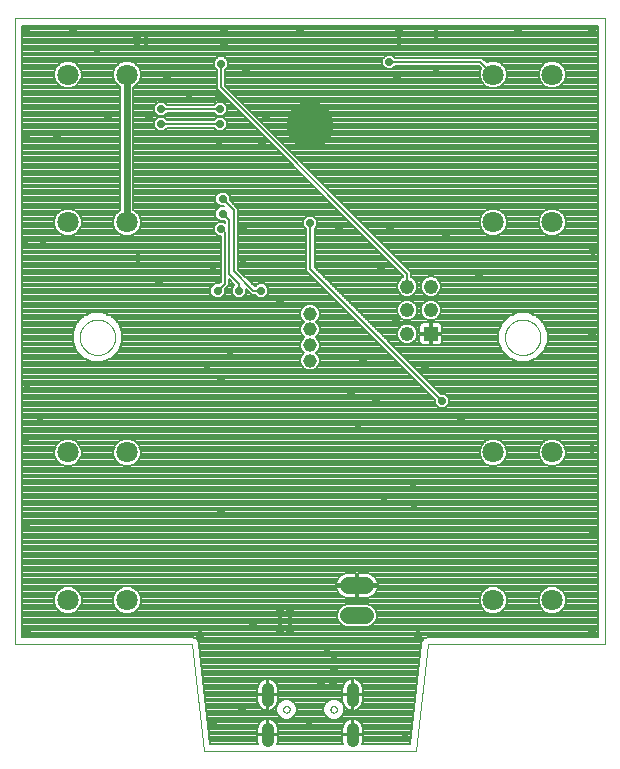
<source format=gbl>
G75*
%MOIN*%
%OFA0B0*%
%FSLAX25Y25*%
%IPPOS*%
%LPD*%
%AMOC8*
5,1,8,0,0,1.08239X$1,22.5*
%
%ADD10C,0.00000*%
%ADD11C,0.05600*%
%ADD12C,0.03969*%
%ADD13C,0.04559*%
%ADD14C,0.07087*%
%ADD15R,0.04800X0.04800*%
%ADD16C,0.04800*%
%ADD17C,0.02781*%
%ADD18C,0.15811*%
%ADD19C,0.00787*%
%ADD20C,0.02362*%
D10*
X0041330Y0043060D02*
X0100385Y0043060D01*
X0104322Y0007627D01*
X0175188Y0007627D01*
X0179125Y0043060D01*
X0238180Y0043060D01*
X0238180Y0251722D01*
X0041330Y0251722D01*
X0041330Y0043060D01*
X0062983Y0145423D02*
X0062985Y0145576D01*
X0062991Y0145730D01*
X0063001Y0145883D01*
X0063015Y0146035D01*
X0063033Y0146188D01*
X0063055Y0146339D01*
X0063080Y0146490D01*
X0063110Y0146641D01*
X0063144Y0146791D01*
X0063181Y0146939D01*
X0063222Y0147087D01*
X0063267Y0147233D01*
X0063316Y0147379D01*
X0063369Y0147523D01*
X0063425Y0147665D01*
X0063485Y0147806D01*
X0063549Y0147946D01*
X0063616Y0148084D01*
X0063687Y0148220D01*
X0063762Y0148354D01*
X0063839Y0148486D01*
X0063921Y0148616D01*
X0064005Y0148744D01*
X0064093Y0148870D01*
X0064184Y0148993D01*
X0064278Y0149114D01*
X0064376Y0149232D01*
X0064476Y0149348D01*
X0064580Y0149461D01*
X0064686Y0149572D01*
X0064795Y0149680D01*
X0064907Y0149785D01*
X0065021Y0149886D01*
X0065139Y0149985D01*
X0065258Y0150081D01*
X0065380Y0150174D01*
X0065505Y0150263D01*
X0065632Y0150350D01*
X0065761Y0150432D01*
X0065892Y0150512D01*
X0066025Y0150588D01*
X0066160Y0150661D01*
X0066297Y0150730D01*
X0066436Y0150795D01*
X0066576Y0150857D01*
X0066718Y0150915D01*
X0066861Y0150970D01*
X0067006Y0151021D01*
X0067152Y0151068D01*
X0067299Y0151111D01*
X0067447Y0151150D01*
X0067596Y0151186D01*
X0067746Y0151217D01*
X0067897Y0151245D01*
X0068048Y0151269D01*
X0068201Y0151289D01*
X0068353Y0151305D01*
X0068506Y0151317D01*
X0068659Y0151325D01*
X0068812Y0151329D01*
X0068966Y0151329D01*
X0069119Y0151325D01*
X0069272Y0151317D01*
X0069425Y0151305D01*
X0069577Y0151289D01*
X0069730Y0151269D01*
X0069881Y0151245D01*
X0070032Y0151217D01*
X0070182Y0151186D01*
X0070331Y0151150D01*
X0070479Y0151111D01*
X0070626Y0151068D01*
X0070772Y0151021D01*
X0070917Y0150970D01*
X0071060Y0150915D01*
X0071202Y0150857D01*
X0071342Y0150795D01*
X0071481Y0150730D01*
X0071618Y0150661D01*
X0071753Y0150588D01*
X0071886Y0150512D01*
X0072017Y0150432D01*
X0072146Y0150350D01*
X0072273Y0150263D01*
X0072398Y0150174D01*
X0072520Y0150081D01*
X0072639Y0149985D01*
X0072757Y0149886D01*
X0072871Y0149785D01*
X0072983Y0149680D01*
X0073092Y0149572D01*
X0073198Y0149461D01*
X0073302Y0149348D01*
X0073402Y0149232D01*
X0073500Y0149114D01*
X0073594Y0148993D01*
X0073685Y0148870D01*
X0073773Y0148744D01*
X0073857Y0148616D01*
X0073939Y0148486D01*
X0074016Y0148354D01*
X0074091Y0148220D01*
X0074162Y0148084D01*
X0074229Y0147946D01*
X0074293Y0147806D01*
X0074353Y0147665D01*
X0074409Y0147523D01*
X0074462Y0147379D01*
X0074511Y0147233D01*
X0074556Y0147087D01*
X0074597Y0146939D01*
X0074634Y0146791D01*
X0074668Y0146641D01*
X0074698Y0146490D01*
X0074723Y0146339D01*
X0074745Y0146188D01*
X0074763Y0146035D01*
X0074777Y0145883D01*
X0074787Y0145730D01*
X0074793Y0145576D01*
X0074795Y0145423D01*
X0074793Y0145270D01*
X0074787Y0145116D01*
X0074777Y0144963D01*
X0074763Y0144811D01*
X0074745Y0144658D01*
X0074723Y0144507D01*
X0074698Y0144356D01*
X0074668Y0144205D01*
X0074634Y0144055D01*
X0074597Y0143907D01*
X0074556Y0143759D01*
X0074511Y0143613D01*
X0074462Y0143467D01*
X0074409Y0143323D01*
X0074353Y0143181D01*
X0074293Y0143040D01*
X0074229Y0142900D01*
X0074162Y0142762D01*
X0074091Y0142626D01*
X0074016Y0142492D01*
X0073939Y0142360D01*
X0073857Y0142230D01*
X0073773Y0142102D01*
X0073685Y0141976D01*
X0073594Y0141853D01*
X0073500Y0141732D01*
X0073402Y0141614D01*
X0073302Y0141498D01*
X0073198Y0141385D01*
X0073092Y0141274D01*
X0072983Y0141166D01*
X0072871Y0141061D01*
X0072757Y0140960D01*
X0072639Y0140861D01*
X0072520Y0140765D01*
X0072398Y0140672D01*
X0072273Y0140583D01*
X0072146Y0140496D01*
X0072017Y0140414D01*
X0071886Y0140334D01*
X0071753Y0140258D01*
X0071618Y0140185D01*
X0071481Y0140116D01*
X0071342Y0140051D01*
X0071202Y0139989D01*
X0071060Y0139931D01*
X0070917Y0139876D01*
X0070772Y0139825D01*
X0070626Y0139778D01*
X0070479Y0139735D01*
X0070331Y0139696D01*
X0070182Y0139660D01*
X0070032Y0139629D01*
X0069881Y0139601D01*
X0069730Y0139577D01*
X0069577Y0139557D01*
X0069425Y0139541D01*
X0069272Y0139529D01*
X0069119Y0139521D01*
X0068966Y0139517D01*
X0068812Y0139517D01*
X0068659Y0139521D01*
X0068506Y0139529D01*
X0068353Y0139541D01*
X0068201Y0139557D01*
X0068048Y0139577D01*
X0067897Y0139601D01*
X0067746Y0139629D01*
X0067596Y0139660D01*
X0067447Y0139696D01*
X0067299Y0139735D01*
X0067152Y0139778D01*
X0067006Y0139825D01*
X0066861Y0139876D01*
X0066718Y0139931D01*
X0066576Y0139989D01*
X0066436Y0140051D01*
X0066297Y0140116D01*
X0066160Y0140185D01*
X0066025Y0140258D01*
X0065892Y0140334D01*
X0065761Y0140414D01*
X0065632Y0140496D01*
X0065505Y0140583D01*
X0065380Y0140672D01*
X0065258Y0140765D01*
X0065139Y0140861D01*
X0065021Y0140960D01*
X0064907Y0141061D01*
X0064795Y0141166D01*
X0064686Y0141274D01*
X0064580Y0141385D01*
X0064476Y0141498D01*
X0064376Y0141614D01*
X0064278Y0141732D01*
X0064184Y0141853D01*
X0064093Y0141976D01*
X0064005Y0142102D01*
X0063921Y0142230D01*
X0063839Y0142360D01*
X0063762Y0142492D01*
X0063687Y0142626D01*
X0063616Y0142762D01*
X0063549Y0142900D01*
X0063485Y0143040D01*
X0063425Y0143181D01*
X0063369Y0143323D01*
X0063316Y0143467D01*
X0063267Y0143613D01*
X0063222Y0143759D01*
X0063181Y0143907D01*
X0063144Y0144055D01*
X0063110Y0144205D01*
X0063080Y0144356D01*
X0063055Y0144507D01*
X0063033Y0144658D01*
X0063015Y0144811D01*
X0063001Y0144963D01*
X0062991Y0145116D01*
X0062985Y0145270D01*
X0062983Y0145423D01*
X0130798Y0021407D02*
X0130800Y0021472D01*
X0130806Y0021538D01*
X0130816Y0021602D01*
X0130829Y0021666D01*
X0130847Y0021729D01*
X0130868Y0021791D01*
X0130893Y0021851D01*
X0130922Y0021910D01*
X0130954Y0021967D01*
X0130990Y0022022D01*
X0131028Y0022075D01*
X0131070Y0022125D01*
X0131115Y0022173D01*
X0131163Y0022218D01*
X0131213Y0022260D01*
X0131266Y0022298D01*
X0131321Y0022334D01*
X0131378Y0022366D01*
X0131437Y0022395D01*
X0131497Y0022420D01*
X0131559Y0022441D01*
X0131622Y0022459D01*
X0131686Y0022472D01*
X0131750Y0022482D01*
X0131816Y0022488D01*
X0131881Y0022490D01*
X0131946Y0022488D01*
X0132012Y0022482D01*
X0132076Y0022472D01*
X0132140Y0022459D01*
X0132203Y0022441D01*
X0132265Y0022420D01*
X0132325Y0022395D01*
X0132384Y0022366D01*
X0132441Y0022334D01*
X0132496Y0022298D01*
X0132549Y0022260D01*
X0132599Y0022218D01*
X0132647Y0022173D01*
X0132692Y0022125D01*
X0132734Y0022075D01*
X0132772Y0022022D01*
X0132808Y0021967D01*
X0132840Y0021910D01*
X0132869Y0021851D01*
X0132894Y0021791D01*
X0132915Y0021729D01*
X0132933Y0021666D01*
X0132946Y0021602D01*
X0132956Y0021538D01*
X0132962Y0021472D01*
X0132964Y0021407D01*
X0132962Y0021342D01*
X0132956Y0021276D01*
X0132946Y0021212D01*
X0132933Y0021148D01*
X0132915Y0021085D01*
X0132894Y0021023D01*
X0132869Y0020963D01*
X0132840Y0020904D01*
X0132808Y0020847D01*
X0132772Y0020792D01*
X0132734Y0020739D01*
X0132692Y0020689D01*
X0132647Y0020641D01*
X0132599Y0020596D01*
X0132549Y0020554D01*
X0132496Y0020516D01*
X0132441Y0020480D01*
X0132384Y0020448D01*
X0132325Y0020419D01*
X0132265Y0020394D01*
X0132203Y0020373D01*
X0132140Y0020355D01*
X0132076Y0020342D01*
X0132012Y0020332D01*
X0131946Y0020326D01*
X0131881Y0020324D01*
X0131816Y0020326D01*
X0131750Y0020332D01*
X0131686Y0020342D01*
X0131622Y0020355D01*
X0131559Y0020373D01*
X0131497Y0020394D01*
X0131437Y0020419D01*
X0131378Y0020448D01*
X0131321Y0020480D01*
X0131266Y0020516D01*
X0131213Y0020554D01*
X0131163Y0020596D01*
X0131115Y0020641D01*
X0131070Y0020689D01*
X0131028Y0020739D01*
X0130990Y0020792D01*
X0130954Y0020847D01*
X0130922Y0020904D01*
X0130893Y0020963D01*
X0130868Y0021023D01*
X0130847Y0021085D01*
X0130829Y0021148D01*
X0130816Y0021212D01*
X0130806Y0021276D01*
X0130800Y0021342D01*
X0130798Y0021407D01*
X0146546Y0021407D02*
X0146548Y0021472D01*
X0146554Y0021538D01*
X0146564Y0021602D01*
X0146577Y0021666D01*
X0146595Y0021729D01*
X0146616Y0021791D01*
X0146641Y0021851D01*
X0146670Y0021910D01*
X0146702Y0021967D01*
X0146738Y0022022D01*
X0146776Y0022075D01*
X0146818Y0022125D01*
X0146863Y0022173D01*
X0146911Y0022218D01*
X0146961Y0022260D01*
X0147014Y0022298D01*
X0147069Y0022334D01*
X0147126Y0022366D01*
X0147185Y0022395D01*
X0147245Y0022420D01*
X0147307Y0022441D01*
X0147370Y0022459D01*
X0147434Y0022472D01*
X0147498Y0022482D01*
X0147564Y0022488D01*
X0147629Y0022490D01*
X0147694Y0022488D01*
X0147760Y0022482D01*
X0147824Y0022472D01*
X0147888Y0022459D01*
X0147951Y0022441D01*
X0148013Y0022420D01*
X0148073Y0022395D01*
X0148132Y0022366D01*
X0148189Y0022334D01*
X0148244Y0022298D01*
X0148297Y0022260D01*
X0148347Y0022218D01*
X0148395Y0022173D01*
X0148440Y0022125D01*
X0148482Y0022075D01*
X0148520Y0022022D01*
X0148556Y0021967D01*
X0148588Y0021910D01*
X0148617Y0021851D01*
X0148642Y0021791D01*
X0148663Y0021729D01*
X0148681Y0021666D01*
X0148694Y0021602D01*
X0148704Y0021538D01*
X0148710Y0021472D01*
X0148712Y0021407D01*
X0148710Y0021342D01*
X0148704Y0021276D01*
X0148694Y0021212D01*
X0148681Y0021148D01*
X0148663Y0021085D01*
X0148642Y0021023D01*
X0148617Y0020963D01*
X0148588Y0020904D01*
X0148556Y0020847D01*
X0148520Y0020792D01*
X0148482Y0020739D01*
X0148440Y0020689D01*
X0148395Y0020641D01*
X0148347Y0020596D01*
X0148297Y0020554D01*
X0148244Y0020516D01*
X0148189Y0020480D01*
X0148132Y0020448D01*
X0148073Y0020419D01*
X0148013Y0020394D01*
X0147951Y0020373D01*
X0147888Y0020355D01*
X0147824Y0020342D01*
X0147760Y0020332D01*
X0147694Y0020326D01*
X0147629Y0020324D01*
X0147564Y0020326D01*
X0147498Y0020332D01*
X0147434Y0020342D01*
X0147370Y0020355D01*
X0147307Y0020373D01*
X0147245Y0020394D01*
X0147185Y0020419D01*
X0147126Y0020448D01*
X0147069Y0020480D01*
X0147014Y0020516D01*
X0146961Y0020554D01*
X0146911Y0020596D01*
X0146863Y0020641D01*
X0146818Y0020689D01*
X0146776Y0020739D01*
X0146738Y0020792D01*
X0146702Y0020847D01*
X0146670Y0020904D01*
X0146641Y0020963D01*
X0146616Y0021023D01*
X0146595Y0021085D01*
X0146577Y0021148D01*
X0146564Y0021212D01*
X0146554Y0021276D01*
X0146548Y0021342D01*
X0146546Y0021407D01*
X0204715Y0145423D02*
X0204717Y0145576D01*
X0204723Y0145730D01*
X0204733Y0145883D01*
X0204747Y0146035D01*
X0204765Y0146188D01*
X0204787Y0146339D01*
X0204812Y0146490D01*
X0204842Y0146641D01*
X0204876Y0146791D01*
X0204913Y0146939D01*
X0204954Y0147087D01*
X0204999Y0147233D01*
X0205048Y0147379D01*
X0205101Y0147523D01*
X0205157Y0147665D01*
X0205217Y0147806D01*
X0205281Y0147946D01*
X0205348Y0148084D01*
X0205419Y0148220D01*
X0205494Y0148354D01*
X0205571Y0148486D01*
X0205653Y0148616D01*
X0205737Y0148744D01*
X0205825Y0148870D01*
X0205916Y0148993D01*
X0206010Y0149114D01*
X0206108Y0149232D01*
X0206208Y0149348D01*
X0206312Y0149461D01*
X0206418Y0149572D01*
X0206527Y0149680D01*
X0206639Y0149785D01*
X0206753Y0149886D01*
X0206871Y0149985D01*
X0206990Y0150081D01*
X0207112Y0150174D01*
X0207237Y0150263D01*
X0207364Y0150350D01*
X0207493Y0150432D01*
X0207624Y0150512D01*
X0207757Y0150588D01*
X0207892Y0150661D01*
X0208029Y0150730D01*
X0208168Y0150795D01*
X0208308Y0150857D01*
X0208450Y0150915D01*
X0208593Y0150970D01*
X0208738Y0151021D01*
X0208884Y0151068D01*
X0209031Y0151111D01*
X0209179Y0151150D01*
X0209328Y0151186D01*
X0209478Y0151217D01*
X0209629Y0151245D01*
X0209780Y0151269D01*
X0209933Y0151289D01*
X0210085Y0151305D01*
X0210238Y0151317D01*
X0210391Y0151325D01*
X0210544Y0151329D01*
X0210698Y0151329D01*
X0210851Y0151325D01*
X0211004Y0151317D01*
X0211157Y0151305D01*
X0211309Y0151289D01*
X0211462Y0151269D01*
X0211613Y0151245D01*
X0211764Y0151217D01*
X0211914Y0151186D01*
X0212063Y0151150D01*
X0212211Y0151111D01*
X0212358Y0151068D01*
X0212504Y0151021D01*
X0212649Y0150970D01*
X0212792Y0150915D01*
X0212934Y0150857D01*
X0213074Y0150795D01*
X0213213Y0150730D01*
X0213350Y0150661D01*
X0213485Y0150588D01*
X0213618Y0150512D01*
X0213749Y0150432D01*
X0213878Y0150350D01*
X0214005Y0150263D01*
X0214130Y0150174D01*
X0214252Y0150081D01*
X0214371Y0149985D01*
X0214489Y0149886D01*
X0214603Y0149785D01*
X0214715Y0149680D01*
X0214824Y0149572D01*
X0214930Y0149461D01*
X0215034Y0149348D01*
X0215134Y0149232D01*
X0215232Y0149114D01*
X0215326Y0148993D01*
X0215417Y0148870D01*
X0215505Y0148744D01*
X0215589Y0148616D01*
X0215671Y0148486D01*
X0215748Y0148354D01*
X0215823Y0148220D01*
X0215894Y0148084D01*
X0215961Y0147946D01*
X0216025Y0147806D01*
X0216085Y0147665D01*
X0216141Y0147523D01*
X0216194Y0147379D01*
X0216243Y0147233D01*
X0216288Y0147087D01*
X0216329Y0146939D01*
X0216366Y0146791D01*
X0216400Y0146641D01*
X0216430Y0146490D01*
X0216455Y0146339D01*
X0216477Y0146188D01*
X0216495Y0146035D01*
X0216509Y0145883D01*
X0216519Y0145730D01*
X0216525Y0145576D01*
X0216527Y0145423D01*
X0216525Y0145270D01*
X0216519Y0145116D01*
X0216509Y0144963D01*
X0216495Y0144811D01*
X0216477Y0144658D01*
X0216455Y0144507D01*
X0216430Y0144356D01*
X0216400Y0144205D01*
X0216366Y0144055D01*
X0216329Y0143907D01*
X0216288Y0143759D01*
X0216243Y0143613D01*
X0216194Y0143467D01*
X0216141Y0143323D01*
X0216085Y0143181D01*
X0216025Y0143040D01*
X0215961Y0142900D01*
X0215894Y0142762D01*
X0215823Y0142626D01*
X0215748Y0142492D01*
X0215671Y0142360D01*
X0215589Y0142230D01*
X0215505Y0142102D01*
X0215417Y0141976D01*
X0215326Y0141853D01*
X0215232Y0141732D01*
X0215134Y0141614D01*
X0215034Y0141498D01*
X0214930Y0141385D01*
X0214824Y0141274D01*
X0214715Y0141166D01*
X0214603Y0141061D01*
X0214489Y0140960D01*
X0214371Y0140861D01*
X0214252Y0140765D01*
X0214130Y0140672D01*
X0214005Y0140583D01*
X0213878Y0140496D01*
X0213749Y0140414D01*
X0213618Y0140334D01*
X0213485Y0140258D01*
X0213350Y0140185D01*
X0213213Y0140116D01*
X0213074Y0140051D01*
X0212934Y0139989D01*
X0212792Y0139931D01*
X0212649Y0139876D01*
X0212504Y0139825D01*
X0212358Y0139778D01*
X0212211Y0139735D01*
X0212063Y0139696D01*
X0211914Y0139660D01*
X0211764Y0139629D01*
X0211613Y0139601D01*
X0211462Y0139577D01*
X0211309Y0139557D01*
X0211157Y0139541D01*
X0211004Y0139529D01*
X0210851Y0139521D01*
X0210698Y0139517D01*
X0210544Y0139517D01*
X0210391Y0139521D01*
X0210238Y0139529D01*
X0210085Y0139541D01*
X0209933Y0139557D01*
X0209780Y0139577D01*
X0209629Y0139601D01*
X0209478Y0139629D01*
X0209328Y0139660D01*
X0209179Y0139696D01*
X0209031Y0139735D01*
X0208884Y0139778D01*
X0208738Y0139825D01*
X0208593Y0139876D01*
X0208450Y0139931D01*
X0208308Y0139989D01*
X0208168Y0140051D01*
X0208029Y0140116D01*
X0207892Y0140185D01*
X0207757Y0140258D01*
X0207624Y0140334D01*
X0207493Y0140414D01*
X0207364Y0140496D01*
X0207237Y0140583D01*
X0207112Y0140672D01*
X0206990Y0140765D01*
X0206871Y0140861D01*
X0206753Y0140960D01*
X0206639Y0141061D01*
X0206527Y0141166D01*
X0206418Y0141274D01*
X0206312Y0141385D01*
X0206208Y0141498D01*
X0206108Y0141614D01*
X0206010Y0141732D01*
X0205916Y0141853D01*
X0205825Y0141976D01*
X0205737Y0142102D01*
X0205653Y0142230D01*
X0205571Y0142360D01*
X0205494Y0142492D01*
X0205419Y0142626D01*
X0205348Y0142762D01*
X0205281Y0142900D01*
X0205217Y0143040D01*
X0205157Y0143181D01*
X0205101Y0143323D01*
X0205048Y0143467D01*
X0204999Y0143613D01*
X0204954Y0143759D01*
X0204913Y0143907D01*
X0204876Y0144055D01*
X0204842Y0144205D01*
X0204812Y0144356D01*
X0204787Y0144507D01*
X0204765Y0144658D01*
X0204747Y0144811D01*
X0204733Y0144963D01*
X0204723Y0145116D01*
X0204717Y0145270D01*
X0204715Y0145423D01*
D11*
X0158165Y0062706D02*
X0152565Y0062706D01*
X0152565Y0052706D02*
X0158165Y0052706D01*
D12*
X0153928Y0028312D02*
X0153928Y0024344D01*
X0153928Y0014927D02*
X0153928Y0010958D01*
X0125582Y0010958D02*
X0125582Y0014927D01*
X0125582Y0024344D02*
X0125582Y0028312D01*
D13*
X0139755Y0137645D03*
X0139755Y0142814D03*
X0139755Y0148032D03*
X0139755Y0153200D03*
D14*
X0200778Y0183808D03*
X0220463Y0183808D03*
X0220463Y0233021D03*
X0200778Y0233021D03*
X0200778Y0107037D03*
X0220463Y0107037D03*
X0220463Y0057824D03*
X0200778Y0057824D03*
X0078731Y0057824D03*
X0059046Y0057824D03*
X0059046Y0107037D03*
X0078731Y0107037D03*
X0078731Y0183808D03*
X0059046Y0183808D03*
X0059046Y0233021D03*
X0078731Y0233021D03*
D15*
X0180011Y0146604D03*
D16*
X0180011Y0154478D03*
X0180011Y0162352D03*
X0172137Y0162352D03*
X0172137Y0154478D03*
X0172137Y0146604D03*
D17*
X0168495Y0150639D03*
X0157471Y0137450D03*
X0153534Y0126033D03*
X0161900Y0123867D03*
X0155798Y0116486D03*
X0173908Y0096702D03*
X0174302Y0089714D03*
X0164460Y0092273D03*
X0190149Y0117962D03*
X0183849Y0124163D03*
X0177944Y0134891D03*
X0195956Y0165895D03*
X0185129Y0179773D03*
X0166526Y0181249D03*
X0163377Y0168848D03*
X0149499Y0181938D03*
X0139853Y0183612D03*
X0123515Y0160974D03*
X0129814Y0157430D03*
X0116034Y0160974D03*
X0108948Y0160974D03*
X0107471Y0167470D03*
X0117314Y0169930D03*
X0117314Y0181348D03*
X0110129Y0181545D03*
X0110621Y0186663D03*
X0110621Y0191584D03*
X0109440Y0209104D03*
X0109637Y0216584D03*
X0109637Y0221604D03*
X0109341Y0225442D03*
X0099302Y0226525D03*
X0092215Y0232037D03*
X0090050Y0221604D03*
X0086015Y0219045D03*
X0090050Y0216584D03*
X0072432Y0219143D03*
X0055503Y0212450D03*
X0045070Y0212155D03*
X0068790Y0241584D03*
X0060719Y0248080D03*
X0044971Y0247883D03*
X0081979Y0246013D03*
X0085030Y0244143D03*
X0081979Y0242175D03*
X0110030Y0236663D03*
X0111212Y0243552D03*
X0111113Y0247194D03*
X0118397Y0233710D03*
X0125089Y0218454D03*
X0123613Y0210678D03*
X0136310Y0247588D03*
X0166231Y0237253D03*
X0168790Y0231446D03*
X0169479Y0244143D03*
X0169479Y0248080D03*
X0181881Y0246505D03*
X0181881Y0233415D03*
X0208948Y0247588D03*
X0233849Y0247489D03*
X0234243Y0211958D03*
X0234046Y0174261D03*
X0233849Y0145718D03*
X0233751Y0108119D03*
X0234145Y0080364D03*
X0233849Y0047194D03*
X0175680Y0046210D03*
X0147629Y0037745D03*
X0145562Y0041879D03*
X0147629Y0034104D03*
X0147530Y0029970D03*
X0143495Y0029871D03*
X0139460Y0015993D03*
X0117215Y0021899D03*
X0107274Y0017273D03*
X0103141Y0046112D03*
X0120857Y0049852D03*
X0129715Y0050836D03*
X0129715Y0053986D03*
X0133160Y0053986D03*
X0133160Y0050836D03*
X0133160Y0047588D03*
X0129715Y0047588D03*
X0110030Y0086860D03*
X0110129Y0131052D03*
X0105306Y0136171D03*
X0113180Y0139320D03*
X0089263Y0163730D03*
X0082471Y0171997D03*
X0050680Y0177903D03*
X0044873Y0178001D03*
X0045267Y0128198D03*
X0049893Y0117273D03*
X0045168Y0111860D03*
X0045168Y0082726D03*
X0045463Y0047194D03*
X0171251Y0011860D03*
D18*
X0139853Y0216289D03*
D19*
X0131862Y0208821D02*
X0235786Y0208821D01*
X0235786Y0209607D02*
X0131076Y0209607D01*
X0130290Y0210393D02*
X0235786Y0210393D01*
X0235786Y0211179D02*
X0129504Y0211179D01*
X0128718Y0211965D02*
X0235786Y0211965D01*
X0235786Y0212751D02*
X0127932Y0212751D01*
X0127146Y0213536D02*
X0235786Y0213536D01*
X0235786Y0214322D02*
X0126360Y0214322D01*
X0125574Y0215108D02*
X0235786Y0215108D01*
X0235786Y0215894D02*
X0124789Y0215894D01*
X0124003Y0216680D02*
X0235786Y0216680D01*
X0235786Y0217466D02*
X0123217Y0217466D01*
X0122431Y0218252D02*
X0235786Y0218252D01*
X0235786Y0219038D02*
X0121645Y0219038D01*
X0120859Y0219824D02*
X0235786Y0219824D01*
X0235786Y0220610D02*
X0120073Y0220610D01*
X0119287Y0221396D02*
X0235786Y0221396D01*
X0235786Y0222182D02*
X0118501Y0222182D01*
X0117715Y0222967D02*
X0235786Y0222967D01*
X0235786Y0223753D02*
X0116929Y0223753D01*
X0116144Y0224539D02*
X0235786Y0224539D01*
X0235786Y0225325D02*
X0115358Y0225325D01*
X0114572Y0226111D02*
X0235786Y0226111D01*
X0235786Y0226897D02*
X0113786Y0226897D01*
X0113000Y0227683D02*
X0235786Y0227683D01*
X0235786Y0228469D02*
X0112214Y0228469D01*
X0111428Y0229255D02*
X0198128Y0229255D01*
X0198208Y0229175D02*
X0199876Y0228484D01*
X0201681Y0228484D01*
X0203348Y0229175D01*
X0204625Y0230451D01*
X0205315Y0232119D01*
X0205315Y0233923D01*
X0204625Y0235591D01*
X0203348Y0236867D01*
X0201681Y0237558D01*
X0199876Y0237558D01*
X0198693Y0237068D01*
X0197121Y0238641D01*
X0168216Y0238641D01*
X0167219Y0239638D01*
X0165244Y0239638D01*
X0163847Y0238241D01*
X0163847Y0236266D01*
X0165244Y0234869D01*
X0167219Y0234869D01*
X0168216Y0235866D01*
X0195971Y0235866D01*
X0196731Y0235106D01*
X0196241Y0233923D01*
X0196241Y0232119D01*
X0196932Y0230451D01*
X0198208Y0229175D01*
X0197342Y0230041D02*
X0111418Y0230041D01*
X0111418Y0229265D02*
X0111418Y0234678D01*
X0112415Y0235675D01*
X0112415Y0237650D01*
X0111018Y0239047D01*
X0109043Y0239047D01*
X0107646Y0237650D01*
X0107646Y0235675D01*
X0108643Y0234678D01*
X0108643Y0228116D01*
X0170749Y0166009D01*
X0170749Y0165450D01*
X0170214Y0165229D01*
X0169260Y0164274D01*
X0168743Y0163027D01*
X0168743Y0161677D01*
X0169260Y0160429D01*
X0170214Y0159475D01*
X0171462Y0158958D01*
X0172812Y0158958D01*
X0174059Y0159475D01*
X0175014Y0160429D01*
X0175530Y0161677D01*
X0175530Y0163027D01*
X0175014Y0164274D01*
X0174059Y0165229D01*
X0173524Y0165450D01*
X0173524Y0167159D01*
X0172711Y0167971D01*
X0111418Y0229265D01*
X0110030Y0228690D02*
X0172137Y0166584D01*
X0172137Y0162352D01*
X0174478Y0164810D02*
X0177669Y0164810D01*
X0178088Y0165229D02*
X0177134Y0164274D01*
X0176617Y0163027D01*
X0176617Y0161677D01*
X0177134Y0160429D01*
X0178088Y0159475D01*
X0179336Y0158958D01*
X0180686Y0158958D01*
X0181933Y0159475D01*
X0182888Y0160429D01*
X0183404Y0161677D01*
X0183404Y0163027D01*
X0182888Y0164274D01*
X0181933Y0165229D01*
X0180686Y0165745D01*
X0179336Y0165745D01*
X0178088Y0165229D01*
X0178974Y0165596D02*
X0173524Y0165596D01*
X0173524Y0166382D02*
X0235786Y0166382D01*
X0235786Y0167168D02*
X0173515Y0167168D01*
X0172729Y0167954D02*
X0235786Y0167954D01*
X0235786Y0168739D02*
X0171943Y0168739D01*
X0172711Y0167971D02*
X0172711Y0167971D01*
X0171157Y0169525D02*
X0235786Y0169525D01*
X0235786Y0170311D02*
X0170371Y0170311D01*
X0169586Y0171097D02*
X0235786Y0171097D01*
X0235786Y0171883D02*
X0168800Y0171883D01*
X0168014Y0172669D02*
X0235786Y0172669D01*
X0235786Y0173455D02*
X0167228Y0173455D01*
X0166442Y0174241D02*
X0235786Y0174241D01*
X0235786Y0175027D02*
X0165656Y0175027D01*
X0164870Y0175813D02*
X0235786Y0175813D01*
X0235786Y0176599D02*
X0164084Y0176599D01*
X0163298Y0177384D02*
X0235786Y0177384D01*
X0235786Y0178170D02*
X0162512Y0178170D01*
X0161726Y0178956D02*
X0235786Y0178956D01*
X0235786Y0179742D02*
X0222503Y0179742D01*
X0223033Y0179962D02*
X0224310Y0181238D01*
X0225000Y0182906D01*
X0225000Y0184711D01*
X0224310Y0186378D01*
X0223033Y0187655D01*
X0221366Y0188345D01*
X0219561Y0188345D01*
X0217893Y0187655D01*
X0216617Y0186378D01*
X0215926Y0184711D01*
X0215926Y0182906D01*
X0216617Y0181238D01*
X0217893Y0179962D01*
X0219561Y0179271D01*
X0221366Y0179271D01*
X0223033Y0179962D01*
X0223600Y0180528D02*
X0235786Y0180528D01*
X0235786Y0181314D02*
X0224341Y0181314D01*
X0224667Y0182100D02*
X0235786Y0182100D01*
X0235786Y0182886D02*
X0224992Y0182886D01*
X0225000Y0183672D02*
X0235786Y0183672D01*
X0235786Y0184458D02*
X0225000Y0184458D01*
X0224780Y0185244D02*
X0235786Y0185244D01*
X0235786Y0186030D02*
X0224454Y0186030D01*
X0223873Y0186815D02*
X0235786Y0186815D01*
X0235786Y0187601D02*
X0223087Y0187601D01*
X0217840Y0187601D02*
X0203402Y0187601D01*
X0203348Y0187655D02*
X0201681Y0188345D01*
X0199876Y0188345D01*
X0198208Y0187655D01*
X0196932Y0186378D01*
X0196241Y0184711D01*
X0196241Y0182906D01*
X0196932Y0181238D01*
X0198208Y0179962D01*
X0199876Y0179271D01*
X0201681Y0179271D01*
X0203348Y0179962D01*
X0204625Y0181238D01*
X0205315Y0182906D01*
X0205315Y0184711D01*
X0204625Y0186378D01*
X0203348Y0187655D01*
X0204188Y0186815D02*
X0217054Y0186815D01*
X0216473Y0186030D02*
X0204769Y0186030D01*
X0205095Y0185244D02*
X0216147Y0185244D01*
X0215926Y0184458D02*
X0205315Y0184458D01*
X0205315Y0183672D02*
X0215926Y0183672D01*
X0215935Y0182886D02*
X0205307Y0182886D01*
X0204982Y0182100D02*
X0216260Y0182100D01*
X0216586Y0181314D02*
X0204656Y0181314D01*
X0203914Y0180528D02*
X0217327Y0180528D01*
X0218424Y0179742D02*
X0202818Y0179742D01*
X0198739Y0179742D02*
X0160941Y0179742D01*
X0160155Y0180528D02*
X0197642Y0180528D01*
X0196901Y0181314D02*
X0159369Y0181314D01*
X0158583Y0182100D02*
X0196575Y0182100D01*
X0196250Y0182886D02*
X0157797Y0182886D01*
X0157011Y0183672D02*
X0196241Y0183672D01*
X0196241Y0184458D02*
X0156225Y0184458D01*
X0155439Y0185244D02*
X0196462Y0185244D01*
X0196788Y0186030D02*
X0154653Y0186030D01*
X0153867Y0186815D02*
X0197369Y0186815D01*
X0198155Y0187601D02*
X0153081Y0187601D01*
X0152295Y0188387D02*
X0235786Y0188387D01*
X0235786Y0189173D02*
X0151510Y0189173D01*
X0150724Y0189959D02*
X0235786Y0189959D01*
X0235786Y0190745D02*
X0149938Y0190745D01*
X0149152Y0191531D02*
X0235786Y0191531D01*
X0235786Y0192317D02*
X0148366Y0192317D01*
X0147580Y0193103D02*
X0235786Y0193103D01*
X0235786Y0193889D02*
X0146794Y0193889D01*
X0146008Y0194675D02*
X0235786Y0194675D01*
X0235786Y0195460D02*
X0145222Y0195460D01*
X0144436Y0196246D02*
X0235786Y0196246D01*
X0235786Y0197032D02*
X0143650Y0197032D01*
X0142865Y0197818D02*
X0235786Y0197818D01*
X0235786Y0198604D02*
X0142079Y0198604D01*
X0141293Y0199390D02*
X0235786Y0199390D01*
X0235786Y0200176D02*
X0140507Y0200176D01*
X0139721Y0200962D02*
X0235786Y0200962D01*
X0235786Y0201748D02*
X0138935Y0201748D01*
X0138149Y0202534D02*
X0235786Y0202534D01*
X0235786Y0203320D02*
X0137363Y0203320D01*
X0136577Y0204106D02*
X0235786Y0204106D01*
X0235786Y0204891D02*
X0135791Y0204891D01*
X0135005Y0205677D02*
X0235786Y0205677D01*
X0235786Y0206463D02*
X0134220Y0206463D01*
X0133434Y0207249D02*
X0235786Y0207249D01*
X0235786Y0208035D02*
X0132648Y0208035D01*
X0130295Y0206463D02*
X0080906Y0206463D01*
X0080906Y0205677D02*
X0131081Y0205677D01*
X0131867Y0204891D02*
X0080906Y0204891D01*
X0080906Y0204106D02*
X0132653Y0204106D01*
X0133439Y0203320D02*
X0080906Y0203320D01*
X0080906Y0202534D02*
X0134225Y0202534D01*
X0135011Y0201748D02*
X0080906Y0201748D01*
X0080906Y0200962D02*
X0135797Y0200962D01*
X0136583Y0200176D02*
X0080906Y0200176D01*
X0080906Y0199390D02*
X0137369Y0199390D01*
X0138154Y0198604D02*
X0080906Y0198604D01*
X0080906Y0197818D02*
X0138940Y0197818D01*
X0139726Y0197032D02*
X0080906Y0197032D01*
X0080906Y0196246D02*
X0140512Y0196246D01*
X0141298Y0195460D02*
X0080906Y0195460D01*
X0080906Y0194675D02*
X0142084Y0194675D01*
X0142870Y0193889D02*
X0111688Y0193889D01*
X0111609Y0193968D02*
X0109633Y0193968D01*
X0108237Y0192572D01*
X0108237Y0190596D01*
X0109633Y0189200D01*
X0111043Y0189200D01*
X0111196Y0189047D01*
X0109633Y0189047D01*
X0108237Y0187650D01*
X0108237Y0185675D01*
X0109633Y0184278D01*
X0111043Y0184278D01*
X0111497Y0183824D01*
X0111497Y0183548D01*
X0111116Y0183929D01*
X0109141Y0183929D01*
X0107745Y0182532D01*
X0107745Y0180557D01*
X0109141Y0179160D01*
X0109923Y0179160D01*
X0109923Y0163911D01*
X0109370Y0163358D01*
X0107960Y0163358D01*
X0106563Y0161961D01*
X0106563Y0159986D01*
X0107960Y0158589D01*
X0109935Y0158589D01*
X0111332Y0159986D01*
X0111332Y0161396D01*
X0111885Y0161949D01*
X0112697Y0162761D01*
X0112697Y0164711D01*
X0114548Y0162860D01*
X0113650Y0161961D01*
X0113650Y0159986D01*
X0115047Y0158589D01*
X0117022Y0158589D01*
X0118419Y0159986D01*
X0118419Y0161450D01*
X0120282Y0159586D01*
X0121530Y0159586D01*
X0122527Y0158589D01*
X0124502Y0158589D01*
X0125899Y0159986D01*
X0125899Y0161961D01*
X0124502Y0163358D01*
X0122527Y0163358D01*
X0121530Y0162361D01*
X0121432Y0162361D01*
X0115847Y0167946D01*
X0115847Y0188320D01*
X0113005Y0191162D01*
X0113005Y0192572D01*
X0111609Y0193968D01*
X0112474Y0193103D02*
X0143656Y0193103D01*
X0144442Y0192317D02*
X0113005Y0192317D01*
X0113005Y0191531D02*
X0145228Y0191531D01*
X0146014Y0190745D02*
X0113422Y0190745D01*
X0114208Y0189959D02*
X0146800Y0189959D01*
X0147585Y0189173D02*
X0114994Y0189173D01*
X0115780Y0188387D02*
X0148371Y0188387D01*
X0149157Y0187601D02*
X0115847Y0187601D01*
X0115847Y0186815D02*
X0149943Y0186815D01*
X0150729Y0186030D02*
X0115847Y0186030D01*
X0115847Y0185244D02*
X0138113Y0185244D01*
X0137469Y0184599D02*
X0138866Y0185996D01*
X0140841Y0185996D01*
X0142237Y0184599D01*
X0142237Y0182624D01*
X0141241Y0181627D01*
X0141241Y0168733D01*
X0183427Y0126547D01*
X0184837Y0126547D01*
X0186234Y0125150D01*
X0186234Y0123175D01*
X0184837Y0121778D01*
X0182862Y0121778D01*
X0181465Y0123175D01*
X0181465Y0124585D01*
X0138466Y0167584D01*
X0138466Y0181627D01*
X0137469Y0182624D01*
X0137469Y0184599D01*
X0137469Y0184458D02*
X0115847Y0184458D01*
X0115847Y0183672D02*
X0137469Y0183672D01*
X0137469Y0182886D02*
X0115847Y0182886D01*
X0115847Y0182100D02*
X0137993Y0182100D01*
X0138466Y0181314D02*
X0115847Y0181314D01*
X0115847Y0180528D02*
X0138466Y0180528D01*
X0138466Y0179742D02*
X0115847Y0179742D01*
X0115847Y0178956D02*
X0138466Y0178956D01*
X0138466Y0178170D02*
X0115847Y0178170D01*
X0115847Y0177384D02*
X0138466Y0177384D01*
X0138466Y0176599D02*
X0115847Y0176599D01*
X0115847Y0175813D02*
X0138466Y0175813D01*
X0138466Y0175027D02*
X0115847Y0175027D01*
X0115847Y0174241D02*
X0138466Y0174241D01*
X0138466Y0173455D02*
X0115847Y0173455D01*
X0115847Y0172669D02*
X0138466Y0172669D01*
X0138466Y0171883D02*
X0115847Y0171883D01*
X0115847Y0171097D02*
X0138466Y0171097D01*
X0138466Y0170311D02*
X0115847Y0170311D01*
X0115847Y0169525D02*
X0138466Y0169525D01*
X0138466Y0168739D02*
X0115847Y0168739D01*
X0115847Y0167954D02*
X0138466Y0167954D01*
X0138882Y0167168D02*
X0116625Y0167168D01*
X0117411Y0166382D02*
X0139668Y0166382D01*
X0140454Y0165596D02*
X0118197Y0165596D01*
X0118983Y0164810D02*
X0141240Y0164810D01*
X0142026Y0164024D02*
X0119769Y0164024D01*
X0120555Y0163238D02*
X0122407Y0163238D01*
X0121621Y0162452D02*
X0121341Y0162452D01*
X0120857Y0160974D02*
X0114460Y0167371D01*
X0114460Y0187745D01*
X0110621Y0191584D01*
X0108237Y0191531D02*
X0080906Y0191531D01*
X0080906Y0192317D02*
X0108237Y0192317D01*
X0108768Y0193103D02*
X0080906Y0193103D01*
X0080906Y0193889D02*
X0109554Y0193889D01*
X0108237Y0190745D02*
X0080906Y0190745D01*
X0080906Y0189959D02*
X0108874Y0189959D01*
X0108974Y0188387D02*
X0080906Y0188387D01*
X0080906Y0187818D02*
X0080906Y0229011D01*
X0081301Y0229175D01*
X0082577Y0230451D01*
X0083268Y0232119D01*
X0083268Y0233923D01*
X0082577Y0235591D01*
X0081301Y0236867D01*
X0079634Y0237558D01*
X0077829Y0237558D01*
X0076161Y0236867D01*
X0074885Y0235591D01*
X0074194Y0233923D01*
X0074194Y0232119D01*
X0074885Y0230451D01*
X0076161Y0229175D01*
X0076556Y0229011D01*
X0076556Y0187818D01*
X0076161Y0187655D01*
X0074885Y0186378D01*
X0074194Y0184711D01*
X0074194Y0182906D01*
X0074885Y0181238D01*
X0076161Y0179962D01*
X0077829Y0179271D01*
X0079634Y0179271D01*
X0081301Y0179962D01*
X0082577Y0181238D01*
X0083268Y0182906D01*
X0083268Y0184711D01*
X0082577Y0186378D01*
X0081301Y0187655D01*
X0080906Y0187818D01*
X0081355Y0187601D02*
X0108237Y0187601D01*
X0108237Y0186815D02*
X0082140Y0186815D01*
X0082722Y0186030D02*
X0108237Y0186030D01*
X0108668Y0185244D02*
X0083048Y0185244D01*
X0083268Y0184458D02*
X0109454Y0184458D01*
X0108884Y0183672D02*
X0083268Y0183672D01*
X0083260Y0182886D02*
X0108098Y0182886D01*
X0107745Y0182100D02*
X0082934Y0182100D01*
X0082609Y0181314D02*
X0107745Y0181314D01*
X0107773Y0180528D02*
X0081867Y0180528D01*
X0080770Y0179742D02*
X0108559Y0179742D01*
X0109923Y0178956D02*
X0043723Y0178956D01*
X0043723Y0178170D02*
X0109923Y0178170D01*
X0109923Y0177384D02*
X0043723Y0177384D01*
X0043723Y0176599D02*
X0109923Y0176599D01*
X0109923Y0175813D02*
X0043723Y0175813D01*
X0043723Y0175027D02*
X0109923Y0175027D01*
X0109923Y0174241D02*
X0043723Y0174241D01*
X0043723Y0173455D02*
X0109923Y0173455D01*
X0109923Y0172669D02*
X0043723Y0172669D01*
X0043723Y0171883D02*
X0109923Y0171883D01*
X0109923Y0171097D02*
X0043723Y0171097D01*
X0043723Y0170311D02*
X0109923Y0170311D01*
X0109923Y0169525D02*
X0043723Y0169525D01*
X0043723Y0168739D02*
X0109923Y0168739D01*
X0109923Y0167954D02*
X0043723Y0167954D01*
X0043723Y0167168D02*
X0109923Y0167168D01*
X0109923Y0166382D02*
X0043723Y0166382D01*
X0043723Y0165596D02*
X0109923Y0165596D01*
X0109923Y0164810D02*
X0043723Y0164810D01*
X0043723Y0164024D02*
X0109923Y0164024D01*
X0111310Y0163336D02*
X0111310Y0180364D01*
X0110129Y0181545D01*
X0111373Y0183672D02*
X0111497Y0183672D01*
X0112885Y0184399D02*
X0110621Y0186663D01*
X0111070Y0189173D02*
X0080906Y0189173D01*
X0076556Y0189173D02*
X0043723Y0189173D01*
X0043723Y0188387D02*
X0076556Y0188387D01*
X0076108Y0187601D02*
X0061669Y0187601D01*
X0061616Y0187655D02*
X0059949Y0188345D01*
X0058144Y0188345D01*
X0056476Y0187655D01*
X0055200Y0186378D01*
X0054509Y0184711D01*
X0054509Y0182906D01*
X0055200Y0181238D01*
X0056476Y0179962D01*
X0058144Y0179271D01*
X0059949Y0179271D01*
X0061616Y0179962D01*
X0062892Y0181238D01*
X0063583Y0182906D01*
X0063583Y0184711D01*
X0062892Y0186378D01*
X0061616Y0187655D01*
X0062455Y0186815D02*
X0075322Y0186815D01*
X0074740Y0186030D02*
X0063037Y0186030D01*
X0063362Y0185244D02*
X0074415Y0185244D01*
X0074194Y0184458D02*
X0063583Y0184458D01*
X0063583Y0183672D02*
X0074194Y0183672D01*
X0074202Y0182886D02*
X0063575Y0182886D01*
X0063249Y0182100D02*
X0074528Y0182100D01*
X0074854Y0181314D02*
X0062924Y0181314D01*
X0062182Y0180528D02*
X0075595Y0180528D01*
X0076692Y0179742D02*
X0061085Y0179742D01*
X0057007Y0179742D02*
X0043723Y0179742D01*
X0043723Y0180528D02*
X0055910Y0180528D01*
X0055169Y0181314D02*
X0043723Y0181314D01*
X0043723Y0182100D02*
X0054843Y0182100D01*
X0054517Y0182886D02*
X0043723Y0182886D01*
X0043723Y0183672D02*
X0054509Y0183672D01*
X0054509Y0184458D02*
X0043723Y0184458D01*
X0043723Y0185244D02*
X0054730Y0185244D01*
X0055055Y0186030D02*
X0043723Y0186030D01*
X0043723Y0186815D02*
X0055637Y0186815D01*
X0056423Y0187601D02*
X0043723Y0187601D01*
X0043723Y0189959D02*
X0076556Y0189959D01*
X0076556Y0190745D02*
X0043723Y0190745D01*
X0043723Y0191531D02*
X0076556Y0191531D01*
X0076556Y0192317D02*
X0043723Y0192317D01*
X0043723Y0193103D02*
X0076556Y0193103D01*
X0076556Y0193889D02*
X0043723Y0193889D01*
X0043723Y0194675D02*
X0076556Y0194675D01*
X0076556Y0195460D02*
X0043723Y0195460D01*
X0043723Y0196246D02*
X0076556Y0196246D01*
X0076556Y0197032D02*
X0043723Y0197032D01*
X0043723Y0197818D02*
X0076556Y0197818D01*
X0076556Y0198604D02*
X0043723Y0198604D01*
X0043723Y0199390D02*
X0076556Y0199390D01*
X0076556Y0200176D02*
X0043723Y0200176D01*
X0043723Y0200962D02*
X0076556Y0200962D01*
X0076556Y0201748D02*
X0043723Y0201748D01*
X0043723Y0202534D02*
X0076556Y0202534D01*
X0076556Y0203320D02*
X0043723Y0203320D01*
X0043723Y0204106D02*
X0076556Y0204106D01*
X0076556Y0204891D02*
X0043723Y0204891D01*
X0043723Y0205677D02*
X0076556Y0205677D01*
X0076556Y0206463D02*
X0043723Y0206463D01*
X0043723Y0207249D02*
X0076556Y0207249D01*
X0076556Y0208035D02*
X0043723Y0208035D01*
X0043723Y0208821D02*
X0076556Y0208821D01*
X0076556Y0209607D02*
X0043723Y0209607D01*
X0043723Y0210393D02*
X0076556Y0210393D01*
X0076556Y0211179D02*
X0043723Y0211179D01*
X0043723Y0211965D02*
X0076556Y0211965D01*
X0076556Y0212751D02*
X0043723Y0212751D01*
X0043723Y0213536D02*
X0076556Y0213536D01*
X0076556Y0214322D02*
X0043723Y0214322D01*
X0043723Y0215108D02*
X0076556Y0215108D01*
X0076556Y0215894D02*
X0043723Y0215894D01*
X0043723Y0216680D02*
X0076556Y0216680D01*
X0076556Y0217466D02*
X0043723Y0217466D01*
X0043723Y0218252D02*
X0076556Y0218252D01*
X0076556Y0219038D02*
X0043723Y0219038D01*
X0043723Y0219824D02*
X0076556Y0219824D01*
X0076556Y0220610D02*
X0043723Y0220610D01*
X0043723Y0221396D02*
X0076556Y0221396D01*
X0076556Y0222182D02*
X0043723Y0222182D01*
X0043723Y0222967D02*
X0076556Y0222967D01*
X0076556Y0223753D02*
X0043723Y0223753D01*
X0043723Y0224539D02*
X0076556Y0224539D01*
X0076556Y0225325D02*
X0043723Y0225325D01*
X0043723Y0226111D02*
X0076556Y0226111D01*
X0076556Y0226897D02*
X0043723Y0226897D01*
X0043723Y0227683D02*
X0076556Y0227683D01*
X0076556Y0228469D02*
X0043723Y0228469D01*
X0043723Y0229255D02*
X0056396Y0229255D01*
X0056476Y0229175D02*
X0058144Y0228484D01*
X0059949Y0228484D01*
X0061616Y0229175D01*
X0062892Y0230451D01*
X0063583Y0232119D01*
X0063583Y0233923D01*
X0062892Y0235591D01*
X0061616Y0236867D01*
X0059949Y0237558D01*
X0058144Y0237558D01*
X0056476Y0236867D01*
X0055200Y0235591D01*
X0054509Y0233923D01*
X0054509Y0232119D01*
X0055200Y0230451D01*
X0056476Y0229175D01*
X0055610Y0230041D02*
X0043723Y0230041D01*
X0043723Y0230827D02*
X0055044Y0230827D01*
X0054719Y0231612D02*
X0043723Y0231612D01*
X0043723Y0232398D02*
X0054509Y0232398D01*
X0054509Y0233184D02*
X0043723Y0233184D01*
X0043723Y0233970D02*
X0054529Y0233970D01*
X0054854Y0234756D02*
X0043723Y0234756D01*
X0043723Y0235542D02*
X0055180Y0235542D01*
X0055937Y0236328D02*
X0043723Y0236328D01*
X0043723Y0237114D02*
X0057071Y0237114D01*
X0061021Y0237114D02*
X0076756Y0237114D01*
X0075622Y0236328D02*
X0062155Y0236328D01*
X0062913Y0235542D02*
X0074865Y0235542D01*
X0074539Y0234756D02*
X0063238Y0234756D01*
X0063564Y0233970D02*
X0074214Y0233970D01*
X0074194Y0233184D02*
X0063583Y0233184D01*
X0063583Y0232398D02*
X0074194Y0232398D01*
X0074404Y0231612D02*
X0063374Y0231612D01*
X0063048Y0230827D02*
X0074729Y0230827D01*
X0075295Y0230041D02*
X0062482Y0230041D01*
X0061696Y0229255D02*
X0076081Y0229255D01*
X0080906Y0228469D02*
X0108643Y0228469D01*
X0108643Y0229255D02*
X0081381Y0229255D01*
X0082167Y0230041D02*
X0108643Y0230041D01*
X0108643Y0230827D02*
X0082733Y0230827D01*
X0083059Y0231612D02*
X0108643Y0231612D01*
X0108643Y0232398D02*
X0083268Y0232398D01*
X0083268Y0233184D02*
X0108643Y0233184D01*
X0108643Y0233970D02*
X0083249Y0233970D01*
X0082923Y0234756D02*
X0108565Y0234756D01*
X0107779Y0235542D02*
X0082598Y0235542D01*
X0081841Y0236328D02*
X0107646Y0236328D01*
X0107646Y0237114D02*
X0080706Y0237114D01*
X0080906Y0227683D02*
X0109076Y0227683D01*
X0109862Y0226897D02*
X0080906Y0226897D01*
X0080906Y0226111D02*
X0110648Y0226111D01*
X0111433Y0225325D02*
X0080906Y0225325D01*
X0080906Y0224539D02*
X0112219Y0224539D01*
X0113005Y0223753D02*
X0110859Y0223753D01*
X0110624Y0223988D02*
X0108649Y0223988D01*
X0107652Y0222991D01*
X0092035Y0222991D01*
X0091038Y0223988D01*
X0089062Y0223988D01*
X0087666Y0222591D01*
X0087666Y0220616D01*
X0089062Y0219219D01*
X0091038Y0219219D01*
X0092035Y0220216D01*
X0107652Y0220216D01*
X0108649Y0219219D01*
X0110624Y0219219D01*
X0112021Y0220616D01*
X0112021Y0222591D01*
X0110624Y0223988D01*
X0111645Y0222967D02*
X0113791Y0222967D01*
X0114577Y0222182D02*
X0112021Y0222182D01*
X0112021Y0221396D02*
X0115363Y0221396D01*
X0116149Y0220610D02*
X0112015Y0220610D01*
X0111229Y0219824D02*
X0116935Y0219824D01*
X0117721Y0219038D02*
X0080906Y0219038D01*
X0080906Y0219824D02*
X0088458Y0219824D01*
X0089062Y0218968D02*
X0087666Y0217572D01*
X0087666Y0215596D01*
X0089062Y0214200D01*
X0091038Y0214200D01*
X0092035Y0215197D01*
X0107652Y0215197D01*
X0108649Y0214200D01*
X0110624Y0214200D01*
X0112021Y0215596D01*
X0112021Y0217572D01*
X0110624Y0218968D01*
X0108649Y0218968D01*
X0107652Y0217971D01*
X0092035Y0217971D01*
X0091038Y0218968D01*
X0089062Y0218968D01*
X0088346Y0218252D02*
X0080906Y0218252D01*
X0080906Y0217466D02*
X0087666Y0217466D01*
X0087666Y0216680D02*
X0080906Y0216680D01*
X0080906Y0215894D02*
X0087666Y0215894D01*
X0088154Y0215108D02*
X0080906Y0215108D01*
X0080906Y0214322D02*
X0088940Y0214322D01*
X0091160Y0214322D02*
X0108526Y0214322D01*
X0107741Y0215108D02*
X0091946Y0215108D01*
X0090050Y0216584D02*
X0109637Y0216584D01*
X0111341Y0218252D02*
X0118507Y0218252D01*
X0119293Y0217466D02*
X0112021Y0217466D01*
X0112021Y0216680D02*
X0120078Y0216680D01*
X0120864Y0215894D02*
X0112021Y0215894D01*
X0111533Y0215108D02*
X0121650Y0215108D01*
X0122436Y0214322D02*
X0110747Y0214322D01*
X0107933Y0218252D02*
X0091754Y0218252D01*
X0091642Y0219824D02*
X0108045Y0219824D01*
X0109637Y0221604D02*
X0090050Y0221604D01*
X0087666Y0221396D02*
X0080906Y0221396D01*
X0080906Y0222182D02*
X0087666Y0222182D01*
X0088042Y0222967D02*
X0080906Y0222967D01*
X0080906Y0223753D02*
X0088828Y0223753D01*
X0091272Y0223753D02*
X0108415Y0223753D01*
X0110030Y0228690D02*
X0110030Y0236663D01*
X0111496Y0234756D02*
X0196586Y0234756D01*
X0196295Y0235542D02*
X0167892Y0235542D01*
X0166231Y0237253D02*
X0196546Y0237253D01*
X0200778Y0233021D01*
X0203888Y0236328D02*
X0217354Y0236328D01*
X0217893Y0236867D02*
X0216617Y0235591D01*
X0215926Y0233923D01*
X0215926Y0232119D01*
X0216617Y0230451D01*
X0217893Y0229175D01*
X0219561Y0228484D01*
X0221366Y0228484D01*
X0223033Y0229175D01*
X0224310Y0230451D01*
X0225000Y0232119D01*
X0225000Y0233923D01*
X0224310Y0235591D01*
X0223033Y0236867D01*
X0221366Y0237558D01*
X0219561Y0237558D01*
X0217893Y0236867D01*
X0218489Y0237114D02*
X0202753Y0237114D01*
X0204645Y0235542D02*
X0216597Y0235542D01*
X0216271Y0234756D02*
X0204971Y0234756D01*
X0205296Y0233970D02*
X0215946Y0233970D01*
X0215926Y0233184D02*
X0205315Y0233184D01*
X0205315Y0232398D02*
X0215926Y0232398D01*
X0216136Y0231612D02*
X0205106Y0231612D01*
X0204780Y0230827D02*
X0216462Y0230827D01*
X0217028Y0230041D02*
X0204214Y0230041D01*
X0203428Y0229255D02*
X0217813Y0229255D01*
X0223114Y0229255D02*
X0235786Y0229255D01*
X0235786Y0230041D02*
X0223899Y0230041D01*
X0224465Y0230827D02*
X0235786Y0230827D01*
X0235786Y0231612D02*
X0224791Y0231612D01*
X0225000Y0232398D02*
X0235786Y0232398D01*
X0235786Y0233184D02*
X0225000Y0233184D01*
X0224981Y0233970D02*
X0235786Y0233970D01*
X0235786Y0234756D02*
X0224656Y0234756D01*
X0224330Y0235542D02*
X0235786Y0235542D01*
X0235786Y0236328D02*
X0223573Y0236328D01*
X0222438Y0237114D02*
X0235786Y0237114D01*
X0235786Y0237900D02*
X0197862Y0237900D01*
X0198648Y0237114D02*
X0198804Y0237114D01*
X0196261Y0233970D02*
X0111418Y0233970D01*
X0111418Y0233184D02*
X0196241Y0233184D01*
X0196241Y0232398D02*
X0111418Y0232398D01*
X0111418Y0231612D02*
X0196451Y0231612D01*
X0196777Y0230827D02*
X0111418Y0230827D01*
X0112282Y0235542D02*
X0164571Y0235542D01*
X0163847Y0236328D02*
X0112415Y0236328D01*
X0112415Y0237114D02*
X0163847Y0237114D01*
X0163847Y0237900D02*
X0112165Y0237900D01*
X0111379Y0238686D02*
X0164292Y0238686D01*
X0165078Y0239472D02*
X0043723Y0239472D01*
X0043723Y0240258D02*
X0235786Y0240258D01*
X0235786Y0241043D02*
X0043723Y0241043D01*
X0043723Y0241829D02*
X0235786Y0241829D01*
X0235786Y0242615D02*
X0043723Y0242615D01*
X0043723Y0243401D02*
X0235786Y0243401D01*
X0235786Y0244187D02*
X0043723Y0244187D01*
X0043723Y0244973D02*
X0235786Y0244973D01*
X0235786Y0245759D02*
X0043723Y0245759D01*
X0043723Y0246545D02*
X0235786Y0246545D01*
X0235786Y0247331D02*
X0043723Y0247331D01*
X0043723Y0248117D02*
X0235786Y0248117D01*
X0235786Y0248903D02*
X0043723Y0248903D01*
X0043723Y0249328D02*
X0235786Y0249328D01*
X0235786Y0045454D01*
X0179257Y0045454D01*
X0178916Y0045492D01*
X0178785Y0045454D01*
X0178649Y0045454D01*
X0178331Y0045323D01*
X0178001Y0045227D01*
X0177895Y0045142D01*
X0177769Y0045090D01*
X0177526Y0044847D01*
X0177258Y0044632D01*
X0177192Y0044513D01*
X0177096Y0044416D01*
X0176964Y0044099D01*
X0176798Y0043798D01*
X0176783Y0043662D01*
X0176731Y0043536D01*
X0176731Y0043193D01*
X0173045Y0010021D01*
X0157186Y0010021D01*
X0157306Y0010625D01*
X0157306Y0012844D01*
X0154027Y0012844D01*
X0154027Y0013041D01*
X0157306Y0013041D01*
X0157306Y0015259D01*
X0157176Y0015912D01*
X0156922Y0016527D01*
X0156552Y0017080D01*
X0156081Y0017550D01*
X0155528Y0017920D01*
X0154913Y0018175D01*
X0154261Y0018304D01*
X0154026Y0018304D01*
X0154026Y0013041D01*
X0153830Y0013041D01*
X0153830Y0018304D01*
X0153595Y0018304D01*
X0152943Y0018175D01*
X0152328Y0017920D01*
X0151775Y0017550D01*
X0151304Y0017080D01*
X0150935Y0016527D01*
X0150680Y0015912D01*
X0150550Y0015259D01*
X0150550Y0013041D01*
X0153830Y0013041D01*
X0153830Y0012844D01*
X0150550Y0012844D01*
X0150550Y0010625D01*
X0150670Y0010021D01*
X0128839Y0010021D01*
X0128960Y0010625D01*
X0128960Y0012844D01*
X0125680Y0012844D01*
X0125680Y0013041D01*
X0125483Y0013041D01*
X0125483Y0018304D01*
X0125249Y0018304D01*
X0124596Y0018175D01*
X0123982Y0017920D01*
X0123428Y0017550D01*
X0122958Y0017080D01*
X0122588Y0016527D01*
X0122333Y0015912D01*
X0122204Y0015259D01*
X0122204Y0013041D01*
X0125483Y0013041D01*
X0125483Y0012844D01*
X0122204Y0012844D01*
X0122204Y0010625D01*
X0122324Y0010021D01*
X0106464Y0010021D01*
X0102778Y0043193D01*
X0102778Y0043536D01*
X0102726Y0043662D01*
X0102711Y0043798D01*
X0102545Y0044099D01*
X0102414Y0044416D01*
X0102318Y0044513D01*
X0102252Y0044632D01*
X0101984Y0044847D01*
X0101741Y0045090D01*
X0101615Y0045142D01*
X0101508Y0045227D01*
X0101178Y0045323D01*
X0100861Y0045454D01*
X0100725Y0045454D01*
X0100594Y0045492D01*
X0100252Y0045454D01*
X0043723Y0045454D01*
X0043723Y0249328D01*
X0043723Y0238686D02*
X0108682Y0238686D01*
X0107896Y0237900D02*
X0043723Y0237900D01*
X0080906Y0220610D02*
X0087672Y0220610D01*
X0080906Y0213536D02*
X0123222Y0213536D01*
X0124008Y0212751D02*
X0080906Y0212751D01*
X0080906Y0211965D02*
X0124794Y0211965D01*
X0125580Y0211179D02*
X0080906Y0211179D01*
X0080906Y0210393D02*
X0126366Y0210393D01*
X0127152Y0209607D02*
X0080906Y0209607D01*
X0080906Y0208821D02*
X0127938Y0208821D01*
X0128724Y0208035D02*
X0080906Y0208035D01*
X0080906Y0207249D02*
X0129509Y0207249D01*
X0141593Y0185244D02*
X0151515Y0185244D01*
X0152301Y0184458D02*
X0142237Y0184458D01*
X0142237Y0183672D02*
X0153087Y0183672D01*
X0153873Y0182886D02*
X0142237Y0182886D01*
X0141713Y0182100D02*
X0154659Y0182100D01*
X0155445Y0181314D02*
X0141241Y0181314D01*
X0141241Y0180528D02*
X0156230Y0180528D01*
X0157016Y0179742D02*
X0141241Y0179742D01*
X0141241Y0178956D02*
X0157802Y0178956D01*
X0158588Y0178170D02*
X0141241Y0178170D01*
X0141241Y0177384D02*
X0159374Y0177384D01*
X0160160Y0176599D02*
X0141241Y0176599D01*
X0141241Y0175813D02*
X0160946Y0175813D01*
X0161732Y0175027D02*
X0141241Y0175027D01*
X0141241Y0174241D02*
X0162518Y0174241D01*
X0163304Y0173455D02*
X0141241Y0173455D01*
X0141241Y0172669D02*
X0164090Y0172669D01*
X0164876Y0171883D02*
X0141241Y0171883D01*
X0141241Y0171097D02*
X0165661Y0171097D01*
X0166447Y0170311D02*
X0141241Y0170311D01*
X0141241Y0169525D02*
X0167233Y0169525D01*
X0168019Y0168739D02*
X0141241Y0168739D01*
X0142021Y0167954D02*
X0168805Y0167954D01*
X0169591Y0167168D02*
X0142806Y0167168D01*
X0143592Y0166382D02*
X0170377Y0166382D01*
X0170749Y0165596D02*
X0144378Y0165596D01*
X0145164Y0164810D02*
X0169795Y0164810D01*
X0169156Y0164024D02*
X0145950Y0164024D01*
X0146736Y0163238D02*
X0168831Y0163238D01*
X0168743Y0162452D02*
X0147522Y0162452D01*
X0148308Y0161666D02*
X0168747Y0161666D01*
X0169073Y0160880D02*
X0149094Y0160880D01*
X0149880Y0160094D02*
X0169595Y0160094D01*
X0170616Y0159308D02*
X0150666Y0159308D01*
X0151452Y0158523D02*
X0235786Y0158523D01*
X0235786Y0159308D02*
X0181532Y0159308D01*
X0182553Y0160094D02*
X0235786Y0160094D01*
X0235786Y0160880D02*
X0183075Y0160880D01*
X0183400Y0161666D02*
X0235786Y0161666D01*
X0235786Y0162452D02*
X0183404Y0162452D01*
X0183317Y0163238D02*
X0235786Y0163238D01*
X0235786Y0164024D02*
X0182991Y0164024D01*
X0182352Y0164810D02*
X0235786Y0164810D01*
X0235786Y0165596D02*
X0181047Y0165596D01*
X0177030Y0164024D02*
X0175117Y0164024D01*
X0175443Y0163238D02*
X0176705Y0163238D01*
X0176617Y0162452D02*
X0175530Y0162452D01*
X0175526Y0161666D02*
X0176621Y0161666D01*
X0176947Y0160880D02*
X0175201Y0160880D01*
X0174679Y0160094D02*
X0177469Y0160094D01*
X0178490Y0159308D02*
X0173658Y0159308D01*
X0173137Y0157737D02*
X0179010Y0157737D01*
X0179336Y0157871D02*
X0178088Y0157355D01*
X0177134Y0156400D01*
X0176617Y0155153D01*
X0176617Y0153803D01*
X0177134Y0152555D01*
X0178088Y0151601D01*
X0179336Y0151084D01*
X0180686Y0151084D01*
X0181933Y0151601D01*
X0182888Y0152555D01*
X0183404Y0153803D01*
X0183404Y0155153D01*
X0182888Y0156400D01*
X0181933Y0157355D01*
X0180686Y0157871D01*
X0179336Y0157871D01*
X0181011Y0157737D02*
X0235786Y0157737D01*
X0235786Y0156951D02*
X0182337Y0156951D01*
X0182985Y0156165D02*
X0235786Y0156165D01*
X0235786Y0155379D02*
X0183311Y0155379D01*
X0183404Y0154593D02*
X0235786Y0154593D01*
X0235786Y0153807D02*
X0183404Y0153807D01*
X0183081Y0153021D02*
X0207279Y0153021D01*
X0205920Y0152458D02*
X0208970Y0153722D01*
X0212272Y0153722D01*
X0215322Y0152458D01*
X0217657Y0150124D01*
X0218920Y0147073D01*
X0218920Y0143772D01*
X0217657Y0140721D01*
X0215322Y0138387D01*
X0212272Y0137123D01*
X0208970Y0137123D01*
X0205920Y0138387D01*
X0203585Y0140721D01*
X0202322Y0143772D01*
X0202322Y0147073D01*
X0203585Y0150124D01*
X0205920Y0152458D01*
X0205697Y0152235D02*
X0182568Y0152235D01*
X0181568Y0151449D02*
X0204911Y0151449D01*
X0204125Y0150663D02*
X0159311Y0150663D01*
X0160097Y0149878D02*
X0171172Y0149878D01*
X0171462Y0149997D02*
X0170214Y0149481D01*
X0169260Y0148526D01*
X0168743Y0147279D01*
X0168743Y0145929D01*
X0169260Y0144681D01*
X0170214Y0143727D01*
X0171462Y0143210D01*
X0172812Y0143210D01*
X0174059Y0143727D01*
X0175014Y0144681D01*
X0175530Y0145929D01*
X0175530Y0147279D01*
X0175014Y0148526D01*
X0174059Y0149481D01*
X0172812Y0149997D01*
X0171462Y0149997D01*
X0171462Y0151084D02*
X0172812Y0151084D01*
X0174059Y0151601D01*
X0175014Y0152555D01*
X0175530Y0153803D01*
X0175530Y0155153D01*
X0175014Y0156400D01*
X0174059Y0157355D01*
X0172812Y0157871D01*
X0171462Y0157871D01*
X0170214Y0157355D01*
X0169260Y0156400D01*
X0168743Y0155153D01*
X0168743Y0153803D01*
X0169260Y0152555D01*
X0170214Y0151601D01*
X0171462Y0151084D01*
X0170580Y0151449D02*
X0158525Y0151449D01*
X0157739Y0152235D02*
X0169580Y0152235D01*
X0169067Y0153021D02*
X0156953Y0153021D01*
X0156167Y0153807D02*
X0168743Y0153807D01*
X0168743Y0154593D02*
X0155381Y0154593D01*
X0154595Y0155379D02*
X0168837Y0155379D01*
X0169162Y0156165D02*
X0153809Y0156165D01*
X0153023Y0156951D02*
X0169810Y0156951D01*
X0171136Y0157737D02*
X0152237Y0157737D01*
X0149885Y0156165D02*
X0141150Y0156165D01*
X0141609Y0155975D02*
X0140406Y0156473D01*
X0139104Y0156473D01*
X0137901Y0155975D01*
X0136980Y0155054D01*
X0136482Y0153851D01*
X0136482Y0152549D01*
X0136980Y0151346D01*
X0137710Y0150616D01*
X0136980Y0149886D01*
X0136482Y0148683D01*
X0136482Y0147381D01*
X0136980Y0146177D01*
X0137735Y0145423D01*
X0136980Y0144668D01*
X0136482Y0143465D01*
X0136482Y0142162D01*
X0136980Y0140959D01*
X0137710Y0140229D01*
X0136980Y0139500D01*
X0136482Y0138296D01*
X0136482Y0136994D01*
X0136980Y0135791D01*
X0137901Y0134870D01*
X0139104Y0134372D01*
X0140406Y0134372D01*
X0141609Y0134870D01*
X0142530Y0135791D01*
X0143028Y0136994D01*
X0143028Y0138296D01*
X0142530Y0139500D01*
X0141800Y0140229D01*
X0142530Y0140959D01*
X0143028Y0142162D01*
X0143028Y0143465D01*
X0142530Y0144668D01*
X0141775Y0145423D01*
X0142530Y0146177D01*
X0143028Y0147381D01*
X0143028Y0148683D01*
X0142530Y0149886D01*
X0141800Y0150616D01*
X0142530Y0151346D01*
X0143028Y0152549D01*
X0143028Y0153851D01*
X0142530Y0155054D01*
X0141609Y0155975D01*
X0142205Y0155379D02*
X0150671Y0155379D01*
X0151457Y0154593D02*
X0142721Y0154593D01*
X0143028Y0153807D02*
X0152243Y0153807D01*
X0153029Y0153021D02*
X0143028Y0153021D01*
X0142898Y0152235D02*
X0153815Y0152235D01*
X0154601Y0151449D02*
X0142573Y0151449D01*
X0141848Y0150663D02*
X0155386Y0150663D01*
X0156172Y0149878D02*
X0142533Y0149878D01*
X0142859Y0149092D02*
X0156958Y0149092D01*
X0157744Y0148306D02*
X0143028Y0148306D01*
X0143028Y0147520D02*
X0158530Y0147520D01*
X0159316Y0146734D02*
X0142760Y0146734D01*
X0142300Y0145948D02*
X0160102Y0145948D01*
X0160888Y0145162D02*
X0142035Y0145162D01*
X0142650Y0144376D02*
X0161674Y0144376D01*
X0162460Y0143590D02*
X0142976Y0143590D01*
X0143028Y0142804D02*
X0163246Y0142804D01*
X0164032Y0142018D02*
X0142968Y0142018D01*
X0142643Y0141232D02*
X0164817Y0141232D01*
X0165603Y0140447D02*
X0142017Y0140447D01*
X0142369Y0139661D02*
X0166389Y0139661D01*
X0167175Y0138875D02*
X0142789Y0138875D01*
X0143028Y0138089D02*
X0167961Y0138089D01*
X0168747Y0137303D02*
X0143028Y0137303D01*
X0142830Y0136517D02*
X0169533Y0136517D01*
X0170319Y0135731D02*
X0142470Y0135731D01*
X0141684Y0134945D02*
X0171105Y0134945D01*
X0171891Y0134159D02*
X0043723Y0134159D01*
X0043723Y0133373D02*
X0172677Y0133373D01*
X0173462Y0132587D02*
X0043723Y0132587D01*
X0043723Y0131802D02*
X0174248Y0131802D01*
X0175034Y0131016D02*
X0043723Y0131016D01*
X0043723Y0130230D02*
X0175820Y0130230D01*
X0176606Y0129444D02*
X0043723Y0129444D01*
X0043723Y0128658D02*
X0177392Y0128658D01*
X0178178Y0127872D02*
X0043723Y0127872D01*
X0043723Y0127086D02*
X0178964Y0127086D01*
X0179750Y0126300D02*
X0043723Y0126300D01*
X0043723Y0125514D02*
X0180536Y0125514D01*
X0181322Y0124728D02*
X0043723Y0124728D01*
X0043723Y0123942D02*
X0181465Y0123942D01*
X0181484Y0123156D02*
X0043723Y0123156D01*
X0043723Y0122371D02*
X0182270Y0122371D01*
X0183849Y0124163D02*
X0139853Y0168159D01*
X0139853Y0183612D01*
X0142812Y0163238D02*
X0124622Y0163238D01*
X0125408Y0162452D02*
X0143598Y0162452D01*
X0144384Y0161666D02*
X0125899Y0161666D01*
X0125899Y0160880D02*
X0145170Y0160880D01*
X0145956Y0160094D02*
X0125899Y0160094D01*
X0125221Y0159308D02*
X0146741Y0159308D01*
X0147527Y0158523D02*
X0043723Y0158523D01*
X0043723Y0159308D02*
X0107241Y0159308D01*
X0106563Y0160094D02*
X0043723Y0160094D01*
X0043723Y0160880D02*
X0106563Y0160880D01*
X0106563Y0161666D02*
X0043723Y0161666D01*
X0043723Y0162452D02*
X0107054Y0162452D01*
X0107840Y0163238D02*
X0043723Y0163238D01*
X0043723Y0157737D02*
X0148313Y0157737D01*
X0149099Y0156951D02*
X0043723Y0156951D01*
X0043723Y0156165D02*
X0138360Y0156165D01*
X0137305Y0155379D02*
X0043723Y0155379D01*
X0043723Y0154593D02*
X0136789Y0154593D01*
X0136482Y0153807D02*
X0043723Y0153807D01*
X0043723Y0153021D02*
X0065546Y0153021D01*
X0064188Y0152458D02*
X0061853Y0150124D01*
X0060589Y0147073D01*
X0060589Y0143772D01*
X0061853Y0140721D01*
X0064188Y0138387D01*
X0067238Y0137123D01*
X0070539Y0137123D01*
X0073590Y0138387D01*
X0075924Y0140721D01*
X0077188Y0143772D01*
X0077188Y0147073D01*
X0075924Y0150124D01*
X0073590Y0152458D01*
X0070539Y0153722D01*
X0067238Y0153722D01*
X0064188Y0152458D01*
X0063965Y0152235D02*
X0043723Y0152235D01*
X0043723Y0151449D02*
X0063179Y0151449D01*
X0062393Y0150663D02*
X0043723Y0150663D01*
X0043723Y0149878D02*
X0061751Y0149878D01*
X0061425Y0149092D02*
X0043723Y0149092D01*
X0043723Y0148306D02*
X0061100Y0148306D01*
X0060774Y0147520D02*
X0043723Y0147520D01*
X0043723Y0146734D02*
X0060589Y0146734D01*
X0060589Y0145948D02*
X0043723Y0145948D01*
X0043723Y0145162D02*
X0060589Y0145162D01*
X0060589Y0144376D02*
X0043723Y0144376D01*
X0043723Y0143590D02*
X0060665Y0143590D01*
X0060990Y0142804D02*
X0043723Y0142804D01*
X0043723Y0142018D02*
X0061316Y0142018D01*
X0061641Y0141232D02*
X0043723Y0141232D01*
X0043723Y0140447D02*
X0062128Y0140447D01*
X0062914Y0139661D02*
X0043723Y0139661D01*
X0043723Y0138875D02*
X0063700Y0138875D01*
X0064907Y0138089D02*
X0043723Y0138089D01*
X0043723Y0137303D02*
X0066804Y0137303D01*
X0070973Y0137303D02*
X0136482Y0137303D01*
X0136482Y0138089D02*
X0072870Y0138089D01*
X0074078Y0138875D02*
X0136721Y0138875D01*
X0137141Y0139661D02*
X0074864Y0139661D01*
X0075650Y0140447D02*
X0137493Y0140447D01*
X0136867Y0141232D02*
X0076136Y0141232D01*
X0076462Y0142018D02*
X0136541Y0142018D01*
X0136482Y0142804D02*
X0076787Y0142804D01*
X0077113Y0143590D02*
X0136534Y0143590D01*
X0136859Y0144376D02*
X0077188Y0144376D01*
X0077188Y0145162D02*
X0137474Y0145162D01*
X0137209Y0145948D02*
X0077188Y0145948D01*
X0077188Y0146734D02*
X0136749Y0146734D01*
X0136482Y0147520D02*
X0077003Y0147520D01*
X0076677Y0148306D02*
X0136482Y0148306D01*
X0136651Y0149092D02*
X0076352Y0149092D01*
X0076026Y0149878D02*
X0136976Y0149878D01*
X0137662Y0150663D02*
X0075385Y0150663D01*
X0074599Y0151449D02*
X0136937Y0151449D01*
X0136611Y0152235D02*
X0073813Y0152235D01*
X0072231Y0153021D02*
X0136482Y0153021D01*
X0123515Y0160974D02*
X0120857Y0160974D01*
X0119774Y0160094D02*
X0118419Y0160094D01*
X0118419Y0160880D02*
X0118989Y0160880D01*
X0117741Y0159308D02*
X0121808Y0159308D01*
X0116034Y0160974D02*
X0116034Y0163336D01*
X0112885Y0166486D01*
X0112885Y0184399D01*
X0112697Y0164024D02*
X0113384Y0164024D01*
X0112697Y0163238D02*
X0114170Y0163238D01*
X0114141Y0162452D02*
X0112388Y0162452D01*
X0111602Y0161666D02*
X0113650Y0161666D01*
X0113650Y0160880D02*
X0111332Y0160880D01*
X0111332Y0160094D02*
X0113650Y0160094D01*
X0114328Y0159308D02*
X0110654Y0159308D01*
X0108948Y0160974D02*
X0111310Y0163336D01*
X0136679Y0136517D02*
X0043723Y0136517D01*
X0043723Y0135731D02*
X0137040Y0135731D01*
X0137826Y0134945D02*
X0043723Y0134945D01*
X0043723Y0121585D02*
X0235786Y0121585D01*
X0235786Y0122371D02*
X0185429Y0122371D01*
X0186215Y0123156D02*
X0235786Y0123156D01*
X0235786Y0123942D02*
X0186234Y0123942D01*
X0186234Y0124728D02*
X0235786Y0124728D01*
X0235786Y0125514D02*
X0185870Y0125514D01*
X0185084Y0126300D02*
X0235786Y0126300D01*
X0235786Y0127086D02*
X0182888Y0127086D01*
X0182102Y0127872D02*
X0235786Y0127872D01*
X0235786Y0128658D02*
X0181316Y0128658D01*
X0180530Y0129444D02*
X0235786Y0129444D01*
X0235786Y0130230D02*
X0179744Y0130230D01*
X0178958Y0131016D02*
X0235786Y0131016D01*
X0235786Y0131802D02*
X0178173Y0131802D01*
X0177387Y0132587D02*
X0235786Y0132587D01*
X0235786Y0133373D02*
X0176601Y0133373D01*
X0175815Y0134159D02*
X0235786Y0134159D01*
X0235786Y0134945D02*
X0175029Y0134945D01*
X0174243Y0135731D02*
X0235786Y0135731D01*
X0235786Y0136517D02*
X0173457Y0136517D01*
X0172671Y0137303D02*
X0208537Y0137303D01*
X0206639Y0138089D02*
X0171885Y0138089D01*
X0171099Y0138875D02*
X0205432Y0138875D01*
X0204646Y0139661D02*
X0170313Y0139661D01*
X0169528Y0140447D02*
X0203860Y0140447D01*
X0203374Y0141232D02*
X0168742Y0141232D01*
X0167956Y0142018D02*
X0203048Y0142018D01*
X0202722Y0142804D02*
X0167170Y0142804D01*
X0166384Y0143590D02*
X0170544Y0143590D01*
X0169565Y0144376D02*
X0165598Y0144376D01*
X0164812Y0145162D02*
X0169061Y0145162D01*
X0168743Y0145948D02*
X0164026Y0145948D01*
X0163240Y0146734D02*
X0168743Y0146734D01*
X0168843Y0147520D02*
X0162454Y0147520D01*
X0161668Y0148306D02*
X0169168Y0148306D01*
X0169825Y0149092D02*
X0160882Y0149092D01*
X0173101Y0149878D02*
X0176514Y0149878D01*
X0176495Y0149859D02*
X0176312Y0149542D01*
X0176217Y0149187D01*
X0176217Y0146910D01*
X0179704Y0146910D01*
X0179704Y0146297D01*
X0176217Y0146297D01*
X0176217Y0144020D01*
X0176312Y0143666D01*
X0176495Y0143348D01*
X0176755Y0143088D01*
X0177073Y0142905D01*
X0177427Y0142810D01*
X0179704Y0142810D01*
X0179704Y0146297D01*
X0180317Y0146297D01*
X0180317Y0142810D01*
X0182594Y0142810D01*
X0182949Y0142905D01*
X0183266Y0143088D01*
X0183526Y0143348D01*
X0183709Y0143666D01*
X0183804Y0144020D01*
X0183804Y0146297D01*
X0180317Y0146297D01*
X0180317Y0146910D01*
X0179704Y0146910D01*
X0179704Y0150397D01*
X0177427Y0150397D01*
X0177073Y0150302D01*
X0176755Y0150119D01*
X0176495Y0149859D01*
X0176217Y0149092D02*
X0174448Y0149092D01*
X0175105Y0148306D02*
X0176217Y0148306D01*
X0176217Y0147520D02*
X0175431Y0147520D01*
X0175530Y0146734D02*
X0179704Y0146734D01*
X0180317Y0146734D02*
X0202322Y0146734D01*
X0202322Y0145948D02*
X0183804Y0145948D01*
X0183804Y0145162D02*
X0202322Y0145162D01*
X0202322Y0144376D02*
X0183804Y0144376D01*
X0183666Y0143590D02*
X0202397Y0143590D01*
X0202507Y0147520D02*
X0183804Y0147520D01*
X0183804Y0146910D02*
X0183804Y0149187D01*
X0183709Y0149542D01*
X0183526Y0149859D01*
X0183266Y0150119D01*
X0182949Y0150302D01*
X0182594Y0150397D01*
X0180317Y0150397D01*
X0180317Y0146910D01*
X0183804Y0146910D01*
X0183804Y0148306D02*
X0202832Y0148306D01*
X0203158Y0149092D02*
X0183804Y0149092D01*
X0183508Y0149878D02*
X0203483Y0149878D01*
X0213963Y0153021D02*
X0235786Y0153021D01*
X0235786Y0152235D02*
X0215545Y0152235D01*
X0216331Y0151449D02*
X0235786Y0151449D01*
X0235786Y0150663D02*
X0217117Y0150663D01*
X0217759Y0149878D02*
X0235786Y0149878D01*
X0235786Y0149092D02*
X0218084Y0149092D01*
X0218410Y0148306D02*
X0235786Y0148306D01*
X0235786Y0147520D02*
X0218735Y0147520D01*
X0218920Y0146734D02*
X0235786Y0146734D01*
X0235786Y0145948D02*
X0218920Y0145948D01*
X0218920Y0145162D02*
X0235786Y0145162D01*
X0235786Y0144376D02*
X0218920Y0144376D01*
X0218845Y0143590D02*
X0235786Y0143590D01*
X0235786Y0142804D02*
X0218519Y0142804D01*
X0218194Y0142018D02*
X0235786Y0142018D01*
X0235786Y0141232D02*
X0217868Y0141232D01*
X0217382Y0140447D02*
X0235786Y0140447D01*
X0235786Y0139661D02*
X0216596Y0139661D01*
X0215810Y0138875D02*
X0235786Y0138875D01*
X0235786Y0138089D02*
X0214603Y0138089D01*
X0212705Y0137303D02*
X0235786Y0137303D01*
X0235786Y0120799D02*
X0043723Y0120799D01*
X0043723Y0120013D02*
X0235786Y0120013D01*
X0235786Y0119227D02*
X0043723Y0119227D01*
X0043723Y0118441D02*
X0235786Y0118441D01*
X0235786Y0117655D02*
X0043723Y0117655D01*
X0043723Y0116869D02*
X0235786Y0116869D01*
X0235786Y0116083D02*
X0043723Y0116083D01*
X0043723Y0115297D02*
X0235786Y0115297D01*
X0235786Y0114511D02*
X0043723Y0114511D01*
X0043723Y0113726D02*
X0235786Y0113726D01*
X0235786Y0112940D02*
X0043723Y0112940D01*
X0043723Y0112154D02*
X0235786Y0112154D01*
X0235786Y0111368D02*
X0221863Y0111368D01*
X0221366Y0111574D02*
X0223033Y0110883D01*
X0224310Y0109607D01*
X0225000Y0107939D01*
X0225000Y0106134D01*
X0224310Y0104467D01*
X0223033Y0103190D01*
X0221366Y0102500D01*
X0219561Y0102500D01*
X0217893Y0103190D01*
X0216617Y0104467D01*
X0215926Y0106134D01*
X0215926Y0107939D01*
X0216617Y0109607D01*
X0217893Y0110883D01*
X0219561Y0111574D01*
X0221366Y0111574D01*
X0223335Y0110582D02*
X0235786Y0110582D01*
X0235786Y0109796D02*
X0224121Y0109796D01*
X0224557Y0109010D02*
X0235786Y0109010D01*
X0235786Y0108224D02*
X0224882Y0108224D01*
X0225000Y0107438D02*
X0235786Y0107438D01*
X0235786Y0106652D02*
X0225000Y0106652D01*
X0224890Y0105866D02*
X0235786Y0105866D01*
X0235786Y0105080D02*
X0224564Y0105080D01*
X0224138Y0104295D02*
X0235786Y0104295D01*
X0235786Y0103509D02*
X0223352Y0103509D01*
X0221904Y0102723D02*
X0235786Y0102723D01*
X0235786Y0101937D02*
X0043723Y0101937D01*
X0043723Y0102723D02*
X0057605Y0102723D01*
X0058144Y0102500D02*
X0059949Y0102500D01*
X0061616Y0103190D01*
X0062892Y0104467D01*
X0063583Y0106134D01*
X0063583Y0107939D01*
X0062892Y0109607D01*
X0061616Y0110883D01*
X0059949Y0111574D01*
X0058144Y0111574D01*
X0056476Y0110883D01*
X0055200Y0109607D01*
X0054509Y0107939D01*
X0054509Y0106134D01*
X0055200Y0104467D01*
X0056476Y0103190D01*
X0058144Y0102500D01*
X0056158Y0103509D02*
X0043723Y0103509D01*
X0043723Y0104295D02*
X0055372Y0104295D01*
X0054946Y0105080D02*
X0043723Y0105080D01*
X0043723Y0105866D02*
X0054620Y0105866D01*
X0054509Y0106652D02*
X0043723Y0106652D01*
X0043723Y0107438D02*
X0054509Y0107438D01*
X0054627Y0108224D02*
X0043723Y0108224D01*
X0043723Y0109010D02*
X0054953Y0109010D01*
X0055389Y0109796D02*
X0043723Y0109796D01*
X0043723Y0110582D02*
X0056175Y0110582D01*
X0057646Y0111368D02*
X0043723Y0111368D01*
X0043723Y0101151D02*
X0235786Y0101151D01*
X0235786Y0100365D02*
X0043723Y0100365D01*
X0043723Y0099579D02*
X0235786Y0099579D01*
X0235786Y0098793D02*
X0043723Y0098793D01*
X0043723Y0098007D02*
X0235786Y0098007D01*
X0235786Y0097221D02*
X0043723Y0097221D01*
X0043723Y0096435D02*
X0235786Y0096435D01*
X0235786Y0095650D02*
X0043723Y0095650D01*
X0043723Y0094864D02*
X0235786Y0094864D01*
X0235786Y0094078D02*
X0043723Y0094078D01*
X0043723Y0093292D02*
X0235786Y0093292D01*
X0235786Y0092506D02*
X0043723Y0092506D01*
X0043723Y0091720D02*
X0235786Y0091720D01*
X0235786Y0090934D02*
X0043723Y0090934D01*
X0043723Y0090148D02*
X0235786Y0090148D01*
X0235786Y0089362D02*
X0043723Y0089362D01*
X0043723Y0088576D02*
X0235786Y0088576D01*
X0235786Y0087790D02*
X0043723Y0087790D01*
X0043723Y0087004D02*
X0235786Y0087004D01*
X0235786Y0086219D02*
X0043723Y0086219D01*
X0043723Y0085433D02*
X0235786Y0085433D01*
X0235786Y0084647D02*
X0043723Y0084647D01*
X0043723Y0083861D02*
X0235786Y0083861D01*
X0235786Y0083075D02*
X0043723Y0083075D01*
X0043723Y0082289D02*
X0235786Y0082289D01*
X0235786Y0081503D02*
X0043723Y0081503D01*
X0043723Y0080717D02*
X0235786Y0080717D01*
X0235786Y0079931D02*
X0043723Y0079931D01*
X0043723Y0079145D02*
X0235786Y0079145D01*
X0235786Y0078359D02*
X0043723Y0078359D01*
X0043723Y0077574D02*
X0235786Y0077574D01*
X0235786Y0076788D02*
X0043723Y0076788D01*
X0043723Y0076002D02*
X0235786Y0076002D01*
X0235786Y0075216D02*
X0043723Y0075216D01*
X0043723Y0074430D02*
X0235786Y0074430D01*
X0235786Y0073644D02*
X0043723Y0073644D01*
X0043723Y0072858D02*
X0235786Y0072858D01*
X0235786Y0072072D02*
X0043723Y0072072D01*
X0043723Y0071286D02*
X0235786Y0071286D01*
X0235786Y0070500D02*
X0043723Y0070500D01*
X0043723Y0069714D02*
X0235786Y0069714D01*
X0235786Y0068928D02*
X0043723Y0068928D01*
X0043723Y0068143D02*
X0235786Y0068143D01*
X0235786Y0067357D02*
X0043723Y0067357D01*
X0043723Y0066571D02*
X0150913Y0066571D01*
X0150955Y0066592D02*
X0150367Y0066293D01*
X0149833Y0065905D01*
X0149366Y0065438D01*
X0148978Y0064904D01*
X0148679Y0064316D01*
X0148475Y0063688D01*
X0148381Y0063100D01*
X0154971Y0063100D01*
X0154971Y0062312D01*
X0155759Y0062312D01*
X0155759Y0058512D01*
X0158495Y0058512D01*
X0159147Y0058616D01*
X0159775Y0058820D01*
X0160363Y0059119D01*
X0160897Y0059507D01*
X0161364Y0059974D01*
X0161752Y0060508D01*
X0162051Y0061096D01*
X0162255Y0061724D01*
X0162349Y0062312D01*
X0155759Y0062312D01*
X0155759Y0063100D01*
X0154971Y0063100D01*
X0154971Y0066900D01*
X0152235Y0066900D01*
X0151583Y0066796D01*
X0150955Y0066592D01*
X0149713Y0065785D02*
X0043723Y0065785D01*
X0043723Y0064999D02*
X0149047Y0064999D01*
X0148645Y0064213D02*
X0043723Y0064213D01*
X0043723Y0063427D02*
X0148433Y0063427D01*
X0148381Y0062312D02*
X0148475Y0061724D01*
X0148679Y0061096D01*
X0148978Y0060508D01*
X0149366Y0059974D01*
X0149833Y0059507D01*
X0150367Y0059119D01*
X0150955Y0058820D01*
X0151583Y0058616D01*
X0152235Y0058512D01*
X0154971Y0058512D01*
X0154971Y0062312D01*
X0148381Y0062312D01*
X0148454Y0061855D02*
X0080855Y0061855D01*
X0081301Y0061670D02*
X0079634Y0062361D01*
X0077829Y0062361D01*
X0076161Y0061670D01*
X0074885Y0060394D01*
X0074194Y0058727D01*
X0074194Y0056922D01*
X0074885Y0055254D01*
X0076161Y0053978D01*
X0077829Y0053287D01*
X0079634Y0053287D01*
X0081301Y0053978D01*
X0082577Y0055254D01*
X0083268Y0056922D01*
X0083268Y0058727D01*
X0082577Y0060394D01*
X0081301Y0061670D01*
X0081902Y0061069D02*
X0148692Y0061069D01*
X0149141Y0060283D02*
X0082623Y0060283D01*
X0082949Y0059498D02*
X0149846Y0059498D01*
X0151287Y0058712D02*
X0083268Y0058712D01*
X0083268Y0057926D02*
X0196241Y0057926D01*
X0196241Y0058712D02*
X0159443Y0058712D01*
X0160884Y0059498D02*
X0196561Y0059498D01*
X0196241Y0058727D02*
X0196241Y0056922D01*
X0196932Y0055254D01*
X0198208Y0053978D01*
X0199876Y0053287D01*
X0201681Y0053287D01*
X0203348Y0053978D01*
X0204625Y0055254D01*
X0205315Y0056922D01*
X0205315Y0058727D01*
X0204625Y0060394D01*
X0203348Y0061670D01*
X0201681Y0062361D01*
X0199876Y0062361D01*
X0198208Y0061670D01*
X0196932Y0060394D01*
X0196241Y0058727D01*
X0196241Y0057140D02*
X0083268Y0057140D01*
X0083033Y0056354D02*
X0151458Y0056354D01*
X0151810Y0056500D02*
X0150416Y0055922D01*
X0149349Y0054855D01*
X0148771Y0053461D01*
X0148771Y0051951D01*
X0149349Y0050557D01*
X0150416Y0049490D01*
X0151810Y0048912D01*
X0158920Y0048912D01*
X0160314Y0049490D01*
X0161381Y0050557D01*
X0161959Y0051951D01*
X0161959Y0053461D01*
X0161381Y0054855D01*
X0160314Y0055922D01*
X0158920Y0056500D01*
X0151810Y0056500D01*
X0150062Y0055568D02*
X0082707Y0055568D01*
X0082105Y0054782D02*
X0149319Y0054782D01*
X0148993Y0053996D02*
X0081320Y0053996D01*
X0076143Y0053996D02*
X0061634Y0053996D01*
X0061616Y0053978D02*
X0062892Y0055254D01*
X0063583Y0056922D01*
X0063583Y0058727D01*
X0062892Y0060394D01*
X0061616Y0061670D01*
X0059949Y0062361D01*
X0058144Y0062361D01*
X0056476Y0061670D01*
X0055200Y0060394D01*
X0054509Y0058727D01*
X0054509Y0056922D01*
X0055200Y0055254D01*
X0056476Y0053978D01*
X0058144Y0053287D01*
X0059949Y0053287D01*
X0061616Y0053978D01*
X0062420Y0054782D02*
X0075357Y0054782D01*
X0074755Y0055568D02*
X0063022Y0055568D01*
X0063348Y0056354D02*
X0074429Y0056354D01*
X0074194Y0057140D02*
X0063583Y0057140D01*
X0063583Y0057926D02*
X0074194Y0057926D01*
X0074194Y0058712D02*
X0063583Y0058712D01*
X0063264Y0059498D02*
X0074514Y0059498D01*
X0074839Y0060283D02*
X0062938Y0060283D01*
X0062217Y0061069D02*
X0075560Y0061069D01*
X0076607Y0061855D02*
X0061170Y0061855D01*
X0056922Y0061855D02*
X0043723Y0061855D01*
X0043723Y0061069D02*
X0055875Y0061069D01*
X0055154Y0060283D02*
X0043723Y0060283D01*
X0043723Y0059498D02*
X0054828Y0059498D01*
X0054509Y0058712D02*
X0043723Y0058712D01*
X0043723Y0057926D02*
X0054509Y0057926D01*
X0054509Y0057140D02*
X0043723Y0057140D01*
X0043723Y0056354D02*
X0054744Y0056354D01*
X0055070Y0055568D02*
X0043723Y0055568D01*
X0043723Y0054782D02*
X0055672Y0054782D01*
X0056458Y0053996D02*
X0043723Y0053996D01*
X0043723Y0053210D02*
X0148771Y0053210D01*
X0148771Y0052424D02*
X0043723Y0052424D01*
X0043723Y0051638D02*
X0148901Y0051638D01*
X0149227Y0050852D02*
X0043723Y0050852D01*
X0043723Y0050067D02*
X0149839Y0050067D01*
X0150921Y0049281D02*
X0043723Y0049281D01*
X0043723Y0048495D02*
X0235786Y0048495D01*
X0235786Y0049281D02*
X0159809Y0049281D01*
X0160891Y0050067D02*
X0235786Y0050067D01*
X0235786Y0050852D02*
X0161504Y0050852D01*
X0161829Y0051638D02*
X0235786Y0051638D01*
X0235786Y0052424D02*
X0161959Y0052424D01*
X0161959Y0053210D02*
X0235786Y0053210D01*
X0235786Y0053996D02*
X0223052Y0053996D01*
X0223033Y0053978D02*
X0224310Y0055254D01*
X0225000Y0056922D01*
X0225000Y0058727D01*
X0224310Y0060394D01*
X0223033Y0061670D01*
X0221366Y0062361D01*
X0219561Y0062361D01*
X0217893Y0061670D01*
X0216617Y0060394D01*
X0215926Y0058727D01*
X0215926Y0056922D01*
X0216617Y0055254D01*
X0217893Y0053978D01*
X0219561Y0053287D01*
X0221366Y0053287D01*
X0223033Y0053978D01*
X0223838Y0054782D02*
X0235786Y0054782D01*
X0235786Y0055568D02*
X0224440Y0055568D01*
X0224765Y0056354D02*
X0235786Y0056354D01*
X0235786Y0057140D02*
X0225000Y0057140D01*
X0225000Y0057926D02*
X0235786Y0057926D01*
X0235786Y0058712D02*
X0225000Y0058712D01*
X0224681Y0059498D02*
X0235786Y0059498D01*
X0235786Y0060283D02*
X0224356Y0060283D01*
X0223635Y0061069D02*
X0235786Y0061069D01*
X0235786Y0061855D02*
X0222587Y0061855D01*
X0218340Y0061855D02*
X0202902Y0061855D01*
X0203949Y0061069D02*
X0217292Y0061069D01*
X0216571Y0060283D02*
X0204671Y0060283D01*
X0204996Y0059498D02*
X0216246Y0059498D01*
X0215926Y0058712D02*
X0205315Y0058712D01*
X0205315Y0057926D02*
X0215926Y0057926D01*
X0215926Y0057140D02*
X0205315Y0057140D01*
X0205080Y0056354D02*
X0216162Y0056354D01*
X0216487Y0055568D02*
X0204755Y0055568D01*
X0204153Y0054782D02*
X0217089Y0054782D01*
X0217875Y0053996D02*
X0203367Y0053996D01*
X0198190Y0053996D02*
X0161737Y0053996D01*
X0161411Y0054782D02*
X0197404Y0054782D01*
X0196802Y0055568D02*
X0160668Y0055568D01*
X0159272Y0056354D02*
X0196477Y0056354D01*
X0196886Y0060283D02*
X0161589Y0060283D01*
X0162038Y0061069D02*
X0197607Y0061069D01*
X0198655Y0061855D02*
X0162276Y0061855D01*
X0162349Y0063100D02*
X0162255Y0063688D01*
X0162051Y0064316D01*
X0161752Y0064904D01*
X0161364Y0065438D01*
X0160897Y0065905D01*
X0160363Y0066293D01*
X0159775Y0066592D01*
X0159147Y0066796D01*
X0158495Y0066900D01*
X0155759Y0066900D01*
X0155759Y0063100D01*
X0162349Y0063100D01*
X0162297Y0063427D02*
X0235786Y0063427D01*
X0235786Y0062641D02*
X0155759Y0062641D01*
X0155759Y0061855D02*
X0154971Y0061855D01*
X0154971Y0061069D02*
X0155759Y0061069D01*
X0155759Y0060283D02*
X0154971Y0060283D01*
X0154971Y0059498D02*
X0155759Y0059498D01*
X0155759Y0058712D02*
X0154971Y0058712D01*
X0154971Y0062641D02*
X0043723Y0062641D01*
X0043723Y0047709D02*
X0235786Y0047709D01*
X0235786Y0046923D02*
X0043723Y0046923D01*
X0043723Y0046137D02*
X0235786Y0046137D01*
X0235786Y0064213D02*
X0162085Y0064213D01*
X0161683Y0064999D02*
X0235786Y0064999D01*
X0235786Y0065785D02*
X0161017Y0065785D01*
X0159817Y0066571D02*
X0235786Y0066571D01*
X0219023Y0102723D02*
X0202219Y0102723D01*
X0201681Y0102500D02*
X0203348Y0103190D01*
X0204625Y0104467D01*
X0205315Y0106134D01*
X0205315Y0107939D01*
X0204625Y0109607D01*
X0203348Y0110883D01*
X0201681Y0111574D01*
X0199876Y0111574D01*
X0198208Y0110883D01*
X0196932Y0109607D01*
X0196241Y0107939D01*
X0196241Y0106134D01*
X0196932Y0104467D01*
X0198208Y0103190D01*
X0199876Y0102500D01*
X0201681Y0102500D01*
X0203667Y0103509D02*
X0217575Y0103509D01*
X0216789Y0104295D02*
X0204453Y0104295D01*
X0204879Y0105080D02*
X0216363Y0105080D01*
X0216037Y0105866D02*
X0205204Y0105866D01*
X0205315Y0106652D02*
X0215926Y0106652D01*
X0215926Y0107438D02*
X0205315Y0107438D01*
X0205197Y0108224D02*
X0216045Y0108224D01*
X0216370Y0109010D02*
X0204872Y0109010D01*
X0204435Y0109796D02*
X0216806Y0109796D01*
X0217592Y0110582D02*
X0203650Y0110582D01*
X0202178Y0111368D02*
X0219064Y0111368D01*
X0199379Y0111368D02*
X0080131Y0111368D01*
X0079634Y0111574D02*
X0077829Y0111574D01*
X0076161Y0110883D01*
X0074885Y0109607D01*
X0074194Y0107939D01*
X0074194Y0106134D01*
X0074885Y0104467D01*
X0076161Y0103190D01*
X0077829Y0102500D01*
X0079634Y0102500D01*
X0081301Y0103190D01*
X0082577Y0104467D01*
X0083268Y0106134D01*
X0083268Y0107939D01*
X0082577Y0109607D01*
X0081301Y0110883D01*
X0079634Y0111574D01*
X0081602Y0110582D02*
X0197907Y0110582D01*
X0197121Y0109796D02*
X0082388Y0109796D01*
X0082825Y0109010D02*
X0196685Y0109010D01*
X0196359Y0108224D02*
X0083150Y0108224D01*
X0083268Y0107438D02*
X0196241Y0107438D01*
X0196241Y0106652D02*
X0083268Y0106652D01*
X0083157Y0105866D02*
X0196352Y0105866D01*
X0196678Y0105080D02*
X0082832Y0105080D01*
X0082405Y0104295D02*
X0197104Y0104295D01*
X0197890Y0103509D02*
X0081619Y0103509D01*
X0080172Y0102723D02*
X0199338Y0102723D01*
X0180317Y0143590D02*
X0179704Y0143590D01*
X0179704Y0144376D02*
X0180317Y0144376D01*
X0180317Y0145162D02*
X0179704Y0145162D01*
X0179704Y0145948D02*
X0180317Y0145948D01*
X0180317Y0147520D02*
X0179704Y0147520D01*
X0179704Y0148306D02*
X0180317Y0148306D01*
X0180317Y0149092D02*
X0179704Y0149092D01*
X0179704Y0149878D02*
X0180317Y0149878D01*
X0178454Y0151449D02*
X0173694Y0151449D01*
X0174694Y0152235D02*
X0177454Y0152235D01*
X0176941Y0153021D02*
X0175207Y0153021D01*
X0175530Y0153807D02*
X0176617Y0153807D01*
X0176617Y0154593D02*
X0175530Y0154593D01*
X0175437Y0155379D02*
X0176711Y0155379D01*
X0177036Y0156165D02*
X0175111Y0156165D01*
X0174463Y0156951D02*
X0177684Y0156951D01*
X0176217Y0145948D02*
X0175530Y0145948D01*
X0175213Y0145162D02*
X0176217Y0145162D01*
X0176217Y0144376D02*
X0174709Y0144376D01*
X0173730Y0143590D02*
X0176356Y0143590D01*
X0155759Y0066571D02*
X0154971Y0066571D01*
X0154971Y0065785D02*
X0155759Y0065785D01*
X0155759Y0064999D02*
X0154971Y0064999D01*
X0154971Y0064213D02*
X0155759Y0064213D01*
X0155759Y0063427D02*
X0154971Y0063427D01*
X0177221Y0044565D02*
X0102289Y0044565D01*
X0102713Y0043779D02*
X0176796Y0043779D01*
X0176709Y0042993D02*
X0102801Y0042993D01*
X0102888Y0042207D02*
X0176622Y0042207D01*
X0176534Y0041422D02*
X0102975Y0041422D01*
X0103063Y0040636D02*
X0176447Y0040636D01*
X0176360Y0039850D02*
X0103150Y0039850D01*
X0103237Y0039064D02*
X0176272Y0039064D01*
X0176185Y0038278D02*
X0103325Y0038278D01*
X0103412Y0037492D02*
X0176098Y0037492D01*
X0176010Y0036706D02*
X0103499Y0036706D01*
X0103587Y0035920D02*
X0175923Y0035920D01*
X0175836Y0035134D02*
X0103674Y0035134D01*
X0103761Y0034348D02*
X0175748Y0034348D01*
X0175661Y0033562D02*
X0103848Y0033562D01*
X0103936Y0032777D02*
X0175574Y0032777D01*
X0175486Y0031991D02*
X0104023Y0031991D01*
X0104110Y0031205D02*
X0123830Y0031205D01*
X0123982Y0031306D02*
X0123428Y0030936D01*
X0122958Y0030466D01*
X0122588Y0029912D01*
X0122333Y0029298D01*
X0122204Y0028645D01*
X0122204Y0026427D01*
X0125483Y0026427D01*
X0125483Y0031690D01*
X0125249Y0031690D01*
X0124596Y0031560D01*
X0123982Y0031306D01*
X0122926Y0030419D02*
X0104198Y0030419D01*
X0104285Y0029633D02*
X0122472Y0029633D01*
X0122244Y0028847D02*
X0104372Y0028847D01*
X0104460Y0028061D02*
X0122204Y0028061D01*
X0122204Y0027275D02*
X0104547Y0027275D01*
X0104634Y0026489D02*
X0122204Y0026489D01*
X0122204Y0026230D02*
X0122204Y0024011D01*
X0122333Y0023359D01*
X0122588Y0022744D01*
X0122958Y0022191D01*
X0123428Y0021720D01*
X0123982Y0021350D01*
X0124596Y0021096D01*
X0125249Y0020966D01*
X0125483Y0020966D01*
X0125483Y0026230D01*
X0122204Y0026230D01*
X0122204Y0025703D02*
X0104722Y0025703D01*
X0104809Y0024917D02*
X0122204Y0024917D01*
X0122204Y0024131D02*
X0104896Y0024131D01*
X0104984Y0023346D02*
X0122339Y0023346D01*
X0122711Y0022560D02*
X0105071Y0022560D01*
X0105158Y0021774D02*
X0123375Y0021774D01*
X0125139Y0020988D02*
X0105246Y0020988D01*
X0105333Y0020202D02*
X0128617Y0020202D01*
X0128404Y0020715D02*
X0128934Y0019438D01*
X0129912Y0018460D01*
X0131189Y0017930D01*
X0132572Y0017930D01*
X0133850Y0018460D01*
X0134828Y0019438D01*
X0135357Y0020715D01*
X0135357Y0022098D01*
X0134828Y0023376D01*
X0133850Y0024354D01*
X0132572Y0024883D01*
X0131189Y0024883D01*
X0129912Y0024354D01*
X0128934Y0023376D01*
X0128404Y0022098D01*
X0128404Y0020715D01*
X0128404Y0020988D02*
X0126025Y0020988D01*
X0125914Y0020966D02*
X0126567Y0021096D01*
X0127182Y0021350D01*
X0127735Y0021720D01*
X0128205Y0022191D01*
X0128575Y0022744D01*
X0128830Y0023359D01*
X0128960Y0024011D01*
X0128960Y0026230D01*
X0125680Y0026230D01*
X0125680Y0026427D01*
X0125483Y0026427D01*
X0125483Y0026230D01*
X0125680Y0026230D01*
X0125680Y0020966D01*
X0125914Y0020966D01*
X0125680Y0020988D02*
X0125483Y0020988D01*
X0125483Y0021774D02*
X0125680Y0021774D01*
X0125680Y0022560D02*
X0125483Y0022560D01*
X0125483Y0023346D02*
X0125680Y0023346D01*
X0125680Y0024131D02*
X0125483Y0024131D01*
X0125483Y0024917D02*
X0125680Y0024917D01*
X0125680Y0025703D02*
X0125483Y0025703D01*
X0125680Y0026427D02*
X0128960Y0026427D01*
X0128960Y0028645D01*
X0128830Y0029298D01*
X0128575Y0029912D01*
X0128205Y0030466D01*
X0127735Y0030936D01*
X0127182Y0031306D01*
X0126567Y0031560D01*
X0125914Y0031690D01*
X0125680Y0031690D01*
X0125680Y0026427D01*
X0125680Y0026489D02*
X0125483Y0026489D01*
X0125483Y0027275D02*
X0125680Y0027275D01*
X0125680Y0028061D02*
X0125483Y0028061D01*
X0125483Y0028847D02*
X0125680Y0028847D01*
X0125680Y0029633D02*
X0125483Y0029633D01*
X0125483Y0030419D02*
X0125680Y0030419D01*
X0125680Y0031205D02*
X0125483Y0031205D01*
X0127333Y0031205D02*
X0152177Y0031205D01*
X0152328Y0031306D02*
X0151775Y0030936D01*
X0151304Y0030466D01*
X0150935Y0029912D01*
X0150680Y0029298D01*
X0150550Y0028645D01*
X0150550Y0026427D01*
X0153830Y0026427D01*
X0153830Y0031690D01*
X0153595Y0031690D01*
X0152943Y0031560D01*
X0152328Y0031306D01*
X0151273Y0030419D02*
X0128237Y0030419D01*
X0128691Y0029633D02*
X0150819Y0029633D01*
X0150590Y0028847D02*
X0128919Y0028847D01*
X0128960Y0028061D02*
X0150550Y0028061D01*
X0150550Y0027275D02*
X0128960Y0027275D01*
X0128960Y0026489D02*
X0150550Y0026489D01*
X0150550Y0026230D02*
X0150550Y0024011D01*
X0150680Y0023359D01*
X0150935Y0022744D01*
X0151304Y0022191D01*
X0151775Y0021720D01*
X0152328Y0021350D01*
X0152943Y0021096D01*
X0153595Y0020966D01*
X0153830Y0020966D01*
X0153830Y0026230D01*
X0154026Y0026230D01*
X0154026Y0020966D01*
X0154261Y0020966D01*
X0154913Y0021096D01*
X0155528Y0021350D01*
X0156081Y0021720D01*
X0156552Y0022191D01*
X0156922Y0022744D01*
X0157176Y0023359D01*
X0157306Y0024011D01*
X0157306Y0026230D01*
X0154027Y0026230D01*
X0154027Y0026427D01*
X0157306Y0026427D01*
X0157306Y0028645D01*
X0157176Y0029298D01*
X0156922Y0029912D01*
X0156552Y0030466D01*
X0156081Y0030936D01*
X0155528Y0031306D01*
X0154913Y0031560D01*
X0154261Y0031690D01*
X0154026Y0031690D01*
X0154026Y0026427D01*
X0153830Y0026427D01*
X0153830Y0026230D01*
X0150550Y0026230D01*
X0150550Y0025703D02*
X0128960Y0025703D01*
X0128960Y0024917D02*
X0150550Y0024917D01*
X0150550Y0024131D02*
X0149821Y0024131D01*
X0149598Y0024354D02*
X0148320Y0024883D01*
X0146937Y0024883D01*
X0145660Y0024354D01*
X0144682Y0023376D01*
X0144152Y0022098D01*
X0144152Y0020715D01*
X0144682Y0019438D01*
X0145660Y0018460D01*
X0146937Y0017930D01*
X0148320Y0017930D01*
X0149598Y0018460D01*
X0150576Y0019438D01*
X0151105Y0020715D01*
X0151105Y0022098D01*
X0150576Y0023376D01*
X0149598Y0024354D01*
X0150589Y0023346D02*
X0150685Y0023346D01*
X0150914Y0022560D02*
X0151058Y0022560D01*
X0151105Y0021774D02*
X0151721Y0021774D01*
X0151105Y0020988D02*
X0153485Y0020988D01*
X0153830Y0020988D02*
X0154026Y0020988D01*
X0154371Y0020988D02*
X0174264Y0020988D01*
X0174351Y0021774D02*
X0156135Y0021774D01*
X0156798Y0022560D02*
X0174439Y0022560D01*
X0174526Y0023346D02*
X0157171Y0023346D01*
X0157306Y0024131D02*
X0174613Y0024131D01*
X0174701Y0024917D02*
X0157306Y0024917D01*
X0157306Y0025703D02*
X0174788Y0025703D01*
X0174875Y0026489D02*
X0157306Y0026489D01*
X0157306Y0027275D02*
X0174963Y0027275D01*
X0175050Y0028061D02*
X0157306Y0028061D01*
X0157266Y0028847D02*
X0175137Y0028847D01*
X0175225Y0029633D02*
X0157037Y0029633D01*
X0156583Y0030419D02*
X0175312Y0030419D01*
X0175399Y0031205D02*
X0155679Y0031205D01*
X0154026Y0031205D02*
X0153830Y0031205D01*
X0153830Y0030419D02*
X0154026Y0030419D01*
X0154026Y0029633D02*
X0153830Y0029633D01*
X0153830Y0028847D02*
X0154026Y0028847D01*
X0154026Y0028061D02*
X0153830Y0028061D01*
X0153830Y0027275D02*
X0154026Y0027275D01*
X0154026Y0026489D02*
X0153830Y0026489D01*
X0153830Y0025703D02*
X0154026Y0025703D01*
X0154026Y0024917D02*
X0153830Y0024917D01*
X0153830Y0024131D02*
X0154026Y0024131D01*
X0154026Y0023346D02*
X0153830Y0023346D01*
X0153830Y0022560D02*
X0154026Y0022560D01*
X0154026Y0021774D02*
X0153830Y0021774D01*
X0150893Y0020202D02*
X0174177Y0020202D01*
X0174089Y0019416D02*
X0150554Y0019416D01*
X0149768Y0018630D02*
X0174002Y0018630D01*
X0173915Y0017844D02*
X0155642Y0017844D01*
X0156566Y0017058D02*
X0173827Y0017058D01*
X0173740Y0016272D02*
X0157027Y0016272D01*
X0157261Y0015486D02*
X0173653Y0015486D01*
X0173565Y0014701D02*
X0157306Y0014701D01*
X0157306Y0013915D02*
X0173478Y0013915D01*
X0173391Y0013129D02*
X0157306Y0013129D01*
X0157306Y0012343D02*
X0173303Y0012343D01*
X0173216Y0011557D02*
X0157306Y0011557D01*
X0157306Y0010771D02*
X0173129Y0010771D01*
X0154026Y0013129D02*
X0153830Y0013129D01*
X0153830Y0013915D02*
X0154026Y0013915D01*
X0154026Y0014701D02*
X0153830Y0014701D01*
X0153830Y0015486D02*
X0154026Y0015486D01*
X0154026Y0016272D02*
X0153830Y0016272D01*
X0153830Y0017058D02*
X0154026Y0017058D01*
X0154026Y0017844D02*
X0153830Y0017844D01*
X0152214Y0017844D02*
X0127295Y0017844D01*
X0127182Y0017920D02*
X0126567Y0018175D01*
X0125914Y0018304D01*
X0125680Y0018304D01*
X0125680Y0013041D01*
X0128960Y0013041D01*
X0128960Y0015259D01*
X0128830Y0015912D01*
X0128575Y0016527D01*
X0128205Y0017080D01*
X0127735Y0017550D01*
X0127182Y0017920D01*
X0128220Y0017058D02*
X0151290Y0017058D01*
X0150829Y0016272D02*
X0128680Y0016272D01*
X0128914Y0015486D02*
X0150595Y0015486D01*
X0150550Y0014701D02*
X0128960Y0014701D01*
X0128960Y0013915D02*
X0150550Y0013915D01*
X0150550Y0013129D02*
X0128960Y0013129D01*
X0128960Y0012343D02*
X0150550Y0012343D01*
X0150550Y0011557D02*
X0128960Y0011557D01*
X0128960Y0010771D02*
X0150550Y0010771D01*
X0145489Y0018630D02*
X0134020Y0018630D01*
X0134806Y0019416D02*
X0144703Y0019416D01*
X0144365Y0020202D02*
X0135144Y0020202D01*
X0135357Y0020988D02*
X0144152Y0020988D01*
X0144152Y0021774D02*
X0135357Y0021774D01*
X0135166Y0022560D02*
X0144344Y0022560D01*
X0144669Y0023346D02*
X0134841Y0023346D01*
X0134072Y0024131D02*
X0145437Y0024131D01*
X0129689Y0024131D02*
X0128960Y0024131D01*
X0128921Y0023346D02*
X0128824Y0023346D01*
X0128596Y0022560D02*
X0128452Y0022560D01*
X0128404Y0021774D02*
X0127789Y0021774D01*
X0128955Y0019416D02*
X0105420Y0019416D01*
X0105508Y0018630D02*
X0129741Y0018630D01*
X0125680Y0017844D02*
X0125483Y0017844D01*
X0125483Y0017058D02*
X0125680Y0017058D01*
X0125680Y0016272D02*
X0125483Y0016272D01*
X0125483Y0015486D02*
X0125680Y0015486D01*
X0125680Y0014701D02*
X0125483Y0014701D01*
X0125483Y0013915D02*
X0125680Y0013915D01*
X0125680Y0013129D02*
X0125483Y0013129D01*
X0122204Y0013129D02*
X0106119Y0013129D01*
X0106032Y0013915D02*
X0122204Y0013915D01*
X0122204Y0014701D02*
X0105944Y0014701D01*
X0105857Y0015486D02*
X0122249Y0015486D01*
X0122483Y0016272D02*
X0105770Y0016272D01*
X0105682Y0017058D02*
X0122943Y0017058D01*
X0123868Y0017844D02*
X0105595Y0017844D01*
X0106206Y0012343D02*
X0122204Y0012343D01*
X0122204Y0011557D02*
X0106294Y0011557D01*
X0106381Y0010771D02*
X0122204Y0010771D01*
X0101109Y0045351D02*
X0178400Y0045351D01*
X0077290Y0102723D02*
X0060487Y0102723D01*
X0061934Y0103509D02*
X0075843Y0103509D01*
X0075057Y0104295D02*
X0062720Y0104295D01*
X0063147Y0105080D02*
X0074631Y0105080D01*
X0074305Y0105866D02*
X0063472Y0105866D01*
X0063583Y0106652D02*
X0074194Y0106652D01*
X0074194Y0107438D02*
X0063583Y0107438D01*
X0063465Y0108224D02*
X0074312Y0108224D01*
X0074638Y0109010D02*
X0063140Y0109010D01*
X0062703Y0109796D02*
X0075074Y0109796D01*
X0075860Y0110582D02*
X0061917Y0110582D01*
X0060446Y0111368D02*
X0077332Y0111368D01*
X0168171Y0238686D02*
X0235786Y0238686D01*
X0235786Y0239472D02*
X0167385Y0239472D01*
D20*
X0078731Y0233021D02*
X0078731Y0183808D01*
M02*

</source>
